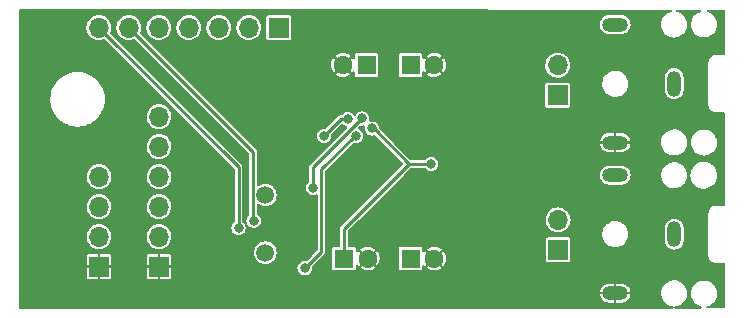
<source format=gbr>
%TF.GenerationSoftware,KiCad,Pcbnew,(6.0.5)*%
%TF.CreationDate,2022-08-07T22:36:51-04:00*%
%TF.ProjectId,ADE7953-Power-Sensor-breakout,41444537-3935-4332-9d50-6f7765722d53,rev?*%
%TF.SameCoordinates,Original*%
%TF.FileFunction,Copper,L2,Bot*%
%TF.FilePolarity,Positive*%
%FSLAX46Y46*%
G04 Gerber Fmt 4.6, Leading zero omitted, Abs format (unit mm)*
G04 Created by KiCad (PCBNEW (6.0.5)) date 2022-08-07 22:36:51*
%MOMM*%
%LPD*%
G01*
G04 APERTURE LIST*
%TA.AperFunction,ComponentPad*%
%ADD10C,1.500000*%
%TD*%
%TA.AperFunction,ComponentPad*%
%ADD11R,1.600000X1.600000*%
%TD*%
%TA.AperFunction,ComponentPad*%
%ADD12C,1.600000*%
%TD*%
%TA.AperFunction,ComponentPad*%
%ADD13O,2.200000X1.200000*%
%TD*%
%TA.AperFunction,ComponentPad*%
%ADD14O,1.200000X2.200000*%
%TD*%
%TA.AperFunction,ComponentPad*%
%ADD15R,1.700000X1.700000*%
%TD*%
%TA.AperFunction,ComponentPad*%
%ADD16O,1.700000X1.700000*%
%TD*%
%TA.AperFunction,ViaPad*%
%ADD17C,0.800000*%
%TD*%
%TA.AperFunction,Conductor*%
%ADD18C,0.250000*%
%TD*%
G04 APERTURE END LIST*
D10*
%TO.P,Y1,2,2*%
%TO.N,Net-(C12-Pad1)*%
X191660000Y-70110000D03*
%TO.P,Y1,1,1*%
%TO.N,Net-(C13-Pad1)*%
X191660000Y-65230000D03*
%TD*%
D11*
%TO.P,C17,1*%
%TO.N,+3V3*%
X198314888Y-70610000D03*
D12*
%TO.P,C17,2*%
%TO.N,GND*%
X200314888Y-70610000D03*
%TD*%
D11*
%TO.P,C15,1*%
%TO.N,Net-(C14-Pad1)*%
X203944888Y-54220000D03*
D12*
%TO.P,C15,2*%
%TO.N,GND*%
X205944888Y-54220000D03*
%TD*%
D11*
%TO.P,C11,1*%
%TO.N,Net-(C11-Pad1)*%
X200225113Y-54230000D03*
D12*
%TO.P,C11,2*%
%TO.N,GND*%
X198225113Y-54230000D03*
%TD*%
%TO.P,C10,2*%
%TO.N,GND*%
X205944888Y-70610000D03*
D11*
%TO.P,C10,1*%
%TO.N,Net-(C10-Pad1)*%
X203944888Y-70610000D03*
%TD*%
D13*
%TO.P,INPUT-B-1,R*%
%TO.N,GND*%
X221267887Y-60800000D03*
D14*
%TO.P,INPUT-B-1,S*%
%TO.N,IBP*%
X226267887Y-55800000D03*
D13*
%TO.P,INPUT-B-1,T*%
%TO.N,IBN*%
X221267887Y-50800000D03*
%TD*%
D15*
%TO.P,J1,1,Pin_1*%
%TO.N,REVP*%
X192795000Y-51055000D03*
D16*
%TO.P,J1,2,Pin_2*%
%TO.N,ZX_I*%
X190255000Y-51055000D03*
%TO.P,J1,3,Pin_3*%
%TO.N,IRQ*%
X187715000Y-51055000D03*
%TO.P,J1,4,Pin_4*%
%TO.N,CF1*%
X185175000Y-51055000D03*
%TO.P,J1,5,Pin_5*%
%TO.N,CF2*%
X182635000Y-51055000D03*
%TO.P,J1,6,Pin_6*%
%TO.N,ZX*%
X180095000Y-51055000D03*
%TO.P,J1,7,Pin_7*%
%TO.N,reset*%
X177555000Y-51055000D03*
%TD*%
%TO.P,J7,6,Pin_6*%
%TO.N,SCLK*%
X182650000Y-58590000D03*
%TO.P,J7,5,Pin_5*%
%TO.N,MOSI*%
X182650000Y-61130000D03*
%TO.P,J7,4,Pin_4*%
%TO.N,MISO*%
X182650000Y-63670000D03*
%TO.P,J7,3,Pin_3*%
%TO.N,CS*%
X182650000Y-66210000D03*
%TO.P,J7,2,Pin_2*%
%TO.N,+3V3*%
X182650000Y-68750000D03*
D15*
%TO.P,J7,1,Pin_1*%
%TO.N,GND*%
X182650000Y-71290000D03*
%TD*%
%TO.P,INPUT-B-2,1,Pin_1*%
%TO.N,IBP*%
X216407887Y-56785000D03*
D16*
%TO.P,INPUT-B-2,2,Pin_2*%
%TO.N,IBN*%
X216407887Y-54245000D03*
%TD*%
%TO.P,J6,4,Pin_4*%
%TO.N,MOSI*%
X177570000Y-63670000D03*
%TO.P,J6,3,Pin_3*%
%TO.N,MISO*%
X177570000Y-66210000D03*
%TO.P,J6,2,Pin_2*%
%TO.N,+3V3*%
X177570000Y-68750000D03*
D15*
%TO.P,J6,1,Pin_1*%
%TO.N,GND*%
X177570000Y-71290000D03*
%TD*%
%TO.P,INPUT-A-2,1,Pin_1*%
%TO.N,IAP*%
X216437887Y-69875000D03*
D16*
%TO.P,INPUT-A-2,2,Pin_2*%
%TO.N,IAN*%
X216437887Y-67335000D03*
%TD*%
D13*
%TO.P,INPUT-A-1,R*%
%TO.N,GND*%
X221267887Y-73550000D03*
D14*
%TO.P,INPUT-A-1,S*%
%TO.N,IAP*%
X226267887Y-68550000D03*
D13*
%TO.P,INPUT-A-1,T*%
%TO.N,IAN*%
X221267887Y-63550000D03*
%TD*%
D17*
%TO.N,GND*%
X194230000Y-58870000D03*
X193800000Y-65570000D03*
%TO.N,reset*%
X189380000Y-68050500D03*
%TO.N,ZX*%
X190660000Y-67404019D03*
%TO.N,IRQ*%
X198640000Y-58790000D03*
X196640000Y-60230000D03*
%TO.N,Net-(C12-Pad1)*%
X194980000Y-71440000D03*
%TO.N,Net-(C13-Pad1)*%
X195700500Y-64620000D03*
%TO.N,Net-(C12-Pad1)*%
X199326651Y-60232592D03*
%TO.N,Net-(C13-Pad1)*%
X199860000Y-58750000D03*
%TO.N,+3V3*%
X200680000Y-59600000D03*
X205700000Y-62610000D03*
%TD*%
D18*
%TO.N,+3V3*%
X198314888Y-68120226D02*
X198314888Y-70610000D01*
X203825114Y-62610000D02*
X198314888Y-68120226D01*
%TO.N,reset*%
X189380000Y-62880000D02*
X177555000Y-51055000D01*
X189380000Y-68050500D02*
X189380000Y-62880000D01*
%TO.N,ZX*%
X190610489Y-61570489D02*
X180095000Y-51055000D01*
X190610489Y-67354508D02*
X190610489Y-61570489D01*
X190660000Y-67404019D02*
X190610489Y-67354508D01*
%TO.N,Net-(C13-Pad1)*%
X199820000Y-58750000D02*
X199860000Y-58750000D01*
X195700500Y-62869500D02*
X199820000Y-58750000D01*
X195700500Y-64620000D02*
X195700500Y-62869500D01*
%TO.N,Net-(C12-Pad1)*%
X196400000Y-70020000D02*
X194980000Y-71440000D01*
X199326651Y-60232592D02*
X199227408Y-60232592D01*
X199227408Y-60232592D02*
X196400000Y-63060000D01*
X196400000Y-63060000D02*
X196400000Y-70020000D01*
%TO.N,IRQ*%
X198080000Y-58790000D02*
X198640000Y-58790000D01*
X196640000Y-60230000D02*
X198080000Y-58790000D01*
%TO.N,+3V3*%
X203825114Y-62610000D02*
X205700000Y-62610000D01*
X200680000Y-59600000D02*
X200815114Y-59600000D01*
X200815114Y-59600000D02*
X203825114Y-62610000D01*
%TD*%
%TA.AperFunction,Conductor*%
%TO.N,GND*%
G36*
X226013654Y-49526186D02*
G01*
X226071827Y-49545141D01*
X226107749Y-49594671D01*
X226107698Y-49655856D01*
X226071693Y-49705326D01*
X226030335Y-49722755D01*
X226023003Y-49724015D01*
X225973949Y-49732444D01*
X225784193Y-49802449D01*
X225610371Y-49905862D01*
X225606956Y-49908857D01*
X225606953Y-49908859D01*
X225590630Y-49923174D01*
X225458305Y-50039220D01*
X225449439Y-50050467D01*
X225337805Y-50192075D01*
X225333089Y-50198057D01*
X225238914Y-50377053D01*
X225237569Y-50381384D01*
X225237568Y-50381387D01*
X225180644Y-50564717D01*
X225178937Y-50570213D01*
X225155164Y-50771069D01*
X225155461Y-50775597D01*
X225156580Y-50792675D01*
X225168025Y-50967288D01*
X225168392Y-50972894D01*
X225218178Y-51168928D01*
X225302856Y-51352607D01*
X225419588Y-51517780D01*
X225564466Y-51658913D01*
X225732637Y-51771282D01*
X225918470Y-51851122D01*
X226115740Y-51895760D01*
X226317842Y-51903700D01*
X226371377Y-51895938D01*
X226513519Y-51875329D01*
X226513522Y-51875328D01*
X226518007Y-51874678D01*
X226622138Y-51839330D01*
X226705234Y-51811123D01*
X226705237Y-51811121D01*
X226709531Y-51809664D01*
X226886001Y-51710837D01*
X227041505Y-51581505D01*
X227170837Y-51426001D01*
X227269664Y-51249531D01*
X227272651Y-51240734D01*
X227307608Y-51137751D01*
X227334678Y-51058007D01*
X227345416Y-50983951D01*
X227363283Y-50860717D01*
X227363700Y-50857842D01*
X227365215Y-50800000D01*
X227364699Y-50794376D01*
X227348312Y-50616049D01*
X227346708Y-50598591D01*
X227291807Y-50403926D01*
X227284867Y-50389852D01*
X227204359Y-50226599D01*
X227202351Y-50222527D01*
X227096999Y-50081443D01*
X227084051Y-50064104D01*
X227084050Y-50064103D01*
X227081335Y-50060467D01*
X226932812Y-49923174D01*
X226910125Y-49908859D01*
X226765594Y-49817667D01*
X226761757Y-49815246D01*
X226573898Y-49740298D01*
X226485395Y-49722694D01*
X226432012Y-49692797D01*
X226406396Y-49637232D01*
X226418333Y-49577223D01*
X226463263Y-49535690D01*
X226504793Y-49526596D01*
X228478423Y-49528245D01*
X228536596Y-49547200D01*
X228572518Y-49596730D01*
X228572467Y-49657915D01*
X228536462Y-49707385D01*
X228505368Y-49722200D01*
X228503949Y-49722444D01*
X228314193Y-49792449D01*
X228140371Y-49895862D01*
X228136956Y-49898857D01*
X228136953Y-49898859D01*
X228038487Y-49985212D01*
X227988305Y-50029220D01*
X227985497Y-50032782D01*
X227869056Y-50180488D01*
X227863089Y-50188057D01*
X227768914Y-50367053D01*
X227767569Y-50371384D01*
X227767568Y-50371387D01*
X227737851Y-50467095D01*
X227708937Y-50560213D01*
X227685164Y-50761069D01*
X227686116Y-50775597D01*
X227686580Y-50782675D01*
X227691507Y-50857842D01*
X227698392Y-50962894D01*
X227748178Y-51158928D01*
X227832856Y-51342607D01*
X227949588Y-51507780D01*
X228094466Y-51648913D01*
X228262637Y-51761282D01*
X228448470Y-51841122D01*
X228645740Y-51885760D01*
X228847842Y-51893700D01*
X228901377Y-51885938D01*
X229043519Y-51865329D01*
X229043522Y-51865328D01*
X229048007Y-51864678D01*
X229172536Y-51822406D01*
X229235234Y-51801123D01*
X229235237Y-51801121D01*
X229239531Y-51799664D01*
X229398145Y-51710837D01*
X229412039Y-51703056D01*
X229412041Y-51703055D01*
X229416001Y-51700837D01*
X229571505Y-51571505D01*
X229700837Y-51416001D01*
X229799664Y-51239531D01*
X229864678Y-51048007D01*
X229876382Y-50967288D01*
X229893283Y-50850717D01*
X229893700Y-50847842D01*
X229895029Y-50797101D01*
X229895139Y-50792913D01*
X229895139Y-50792908D01*
X229895215Y-50790000D01*
X229893476Y-50771069D01*
X229880965Y-50634915D01*
X229876708Y-50588591D01*
X229821807Y-50393926D01*
X229815624Y-50381387D01*
X229771212Y-50291329D01*
X229732351Y-50212527D01*
X229630735Y-50076447D01*
X229614051Y-50054104D01*
X229614050Y-50054103D01*
X229611335Y-50050467D01*
X229462812Y-49913174D01*
X229455974Y-49908859D01*
X229295594Y-49807667D01*
X229291757Y-49805246D01*
X229103898Y-49730298D01*
X229076549Y-49724858D01*
X229023165Y-49694961D01*
X228997549Y-49639396D01*
X229009486Y-49579387D01*
X229054416Y-49537854D01*
X229095944Y-49528760D01*
X230468473Y-49529907D01*
X230526645Y-49548862D01*
X230562567Y-49598392D01*
X230567387Y-49628906D01*
X230567387Y-53300500D01*
X230548480Y-53358691D01*
X230498980Y-53394655D01*
X230468387Y-53399500D01*
X229802164Y-53399500D01*
X229779812Y-53396944D01*
X229768598Y-53394345D01*
X229767880Y-53394344D01*
X229761997Y-53395686D01*
X229761655Y-53395764D01*
X229750727Y-53397620D01*
X229638936Y-53410219D01*
X229638933Y-53410220D01*
X229633411Y-53410842D01*
X229621215Y-53415110D01*
X229510929Y-53453704D01*
X229510927Y-53453705D01*
X229505686Y-53455539D01*
X229500984Y-53458493D01*
X229500983Y-53458494D01*
X229395816Y-53524577D01*
X229395812Y-53524580D01*
X229391108Y-53527536D01*
X229295424Y-53623224D01*
X229292472Y-53627923D01*
X229292469Y-53627926D01*
X229253775Y-53689508D01*
X229223430Y-53737803D01*
X229204997Y-53790483D01*
X229184285Y-53849678D01*
X229178738Y-53865530D01*
X229176800Y-53882731D01*
X229165600Y-53982133D01*
X229164732Y-53987214D01*
X229164729Y-53988777D01*
X229162231Y-53999641D01*
X229164691Y-54010513D01*
X229164946Y-54011638D01*
X229167387Y-54033488D01*
X229167387Y-57565983D01*
X229164869Y-57588169D01*
X229162231Y-57599641D01*
X229164692Y-57610515D01*
X229164689Y-57612030D01*
X229165489Y-57616766D01*
X229178750Y-57734467D01*
X229180584Y-57739710D01*
X229180585Y-57739712D01*
X229198947Y-57792187D01*
X229223442Y-57862191D01*
X229295434Y-57976768D01*
X229391116Y-58072454D01*
X229395820Y-58075410D01*
X229395824Y-58075413D01*
X229439234Y-58102690D01*
X229505691Y-58144449D01*
X229510932Y-58146283D01*
X229510934Y-58146284D01*
X229628167Y-58187309D01*
X229633414Y-58189145D01*
X229638940Y-58189768D01*
X229638941Y-58189768D01*
X229749418Y-58202220D01*
X229760680Y-58204153D01*
X229761693Y-58204388D01*
X229761699Y-58204389D01*
X229767162Y-58205655D01*
X229767880Y-58205656D01*
X229779625Y-58202977D01*
X229801632Y-58200500D01*
X230468387Y-58200500D01*
X230526578Y-58219407D01*
X230562542Y-58268907D01*
X230567387Y-58299500D01*
X230567387Y-66050500D01*
X230548480Y-66108691D01*
X230498980Y-66144655D01*
X230468387Y-66149500D01*
X229802164Y-66149500D01*
X229779812Y-66146944D01*
X229768598Y-66144345D01*
X229767880Y-66144344D01*
X229761997Y-66145686D01*
X229761655Y-66145764D01*
X229750727Y-66147620D01*
X229638936Y-66160219D01*
X229638933Y-66160220D01*
X229633411Y-66160842D01*
X229604495Y-66170961D01*
X229510929Y-66203704D01*
X229510927Y-66203705D01*
X229505686Y-66205539D01*
X229500984Y-66208493D01*
X229500983Y-66208494D01*
X229395816Y-66274577D01*
X229395812Y-66274580D01*
X229391108Y-66277536D01*
X229295424Y-66373224D01*
X229292472Y-66377923D01*
X229292469Y-66377926D01*
X229229398Y-66478305D01*
X229223430Y-66487803D01*
X229204997Y-66540483D01*
X229183159Y-66602896D01*
X229178738Y-66615530D01*
X229176800Y-66632731D01*
X229165600Y-66732133D01*
X229164732Y-66737214D01*
X229164729Y-66738777D01*
X229162231Y-66749641D01*
X229164691Y-66760513D01*
X229164946Y-66761638D01*
X229167387Y-66783488D01*
X229167387Y-70315983D01*
X229164869Y-70338169D01*
X229162231Y-70349641D01*
X229164692Y-70360515D01*
X229164689Y-70362030D01*
X229165489Y-70366766D01*
X229178750Y-70484467D01*
X229180584Y-70489710D01*
X229180585Y-70489712D01*
X229198947Y-70542187D01*
X229223442Y-70612191D01*
X229295434Y-70726768D01*
X229391116Y-70822454D01*
X229395820Y-70825410D01*
X229395824Y-70825413D01*
X229500988Y-70891494D01*
X229505691Y-70894449D01*
X229510932Y-70896283D01*
X229510934Y-70896284D01*
X229591713Y-70924552D01*
X229633414Y-70939145D01*
X229638940Y-70939768D01*
X229638941Y-70939768D01*
X229749418Y-70952220D01*
X229760680Y-70954153D01*
X229761693Y-70954388D01*
X229761699Y-70954389D01*
X229767162Y-70955655D01*
X229767880Y-70955656D01*
X229779625Y-70952977D01*
X229801632Y-70950500D01*
X230468387Y-70950500D01*
X230526578Y-70969407D01*
X230562542Y-71018907D01*
X230567387Y-71049500D01*
X230567387Y-74741094D01*
X230548480Y-74799285D01*
X230498980Y-74835249D01*
X230468474Y-74840093D01*
X229088102Y-74841248D01*
X229029897Y-74822390D01*
X228993892Y-74772920D01*
X228993841Y-74711735D01*
X229029763Y-74662205D01*
X229056198Y-74648503D01*
X229225234Y-74591123D01*
X229225237Y-74591121D01*
X229229531Y-74589664D01*
X229406001Y-74490837D01*
X229561505Y-74361505D01*
X229690837Y-74206001D01*
X229789664Y-74029531D01*
X229801307Y-73995234D01*
X229853219Y-73842304D01*
X229854678Y-73838007D01*
X229859679Y-73803519D01*
X229881047Y-73656137D01*
X229883700Y-73637842D01*
X229885215Y-73580000D01*
X229882459Y-73550000D01*
X229867123Y-73383109D01*
X229866708Y-73378591D01*
X229811807Y-73183926D01*
X229722351Y-73002527D01*
X229601335Y-72840467D01*
X229452812Y-72703174D01*
X229430125Y-72688859D01*
X229285594Y-72597667D01*
X229281757Y-72595246D01*
X229093898Y-72520298D01*
X228895526Y-72480839D01*
X228795930Y-72479535D01*
X228697826Y-72478251D01*
X228697821Y-72478251D01*
X228693286Y-72478192D01*
X228688813Y-72478961D01*
X228688808Y-72478961D01*
X228590245Y-72495898D01*
X228493949Y-72512444D01*
X228304193Y-72582449D01*
X228130371Y-72685862D01*
X228126956Y-72688857D01*
X228126953Y-72688859D01*
X228110630Y-72703174D01*
X227978305Y-72819220D01*
X227975497Y-72822782D01*
X227890915Y-72930075D01*
X227853089Y-72978057D01*
X227758914Y-73157053D01*
X227757569Y-73161384D01*
X227757568Y-73161387D01*
X227706854Y-73324717D01*
X227698937Y-73350213D01*
X227688982Y-73434320D01*
X227676158Y-73542675D01*
X227675164Y-73551069D01*
X227675461Y-73555597D01*
X227676580Y-73572675D01*
X227686714Y-73727288D01*
X227688392Y-73752894D01*
X227689508Y-73757288D01*
X227722587Y-73887536D01*
X227738178Y-73948928D01*
X227822856Y-74132607D01*
X227939588Y-74297780D01*
X228084466Y-74438913D01*
X228252637Y-74551282D01*
X228438470Y-74631122D01*
X228498732Y-74644758D01*
X228505087Y-74646196D01*
X228557670Y-74677480D01*
X228581823Y-74733696D01*
X228568319Y-74793373D01*
X228522317Y-74833715D01*
X228483323Y-74841755D01*
X226391587Y-74843505D01*
X226333380Y-74824646D01*
X226297375Y-74775176D01*
X226297324Y-74713991D01*
X226333246Y-74664461D01*
X226377298Y-74646529D01*
X226483563Y-74631122D01*
X226523518Y-74625329D01*
X226523519Y-74625329D01*
X226528007Y-74624678D01*
X226637691Y-74587445D01*
X226715234Y-74561123D01*
X226715237Y-74561121D01*
X226719531Y-74559664D01*
X226896001Y-74460837D01*
X227051505Y-74331505D01*
X227180837Y-74176001D01*
X227279664Y-73999531D01*
X227296842Y-73948928D01*
X227317681Y-73887536D01*
X227344678Y-73808007D01*
X227356262Y-73728116D01*
X227373283Y-73610717D01*
X227373700Y-73607842D01*
X227374621Y-73572675D01*
X227375139Y-73552913D01*
X227375139Y-73552908D01*
X227375215Y-73550000D01*
X227374900Y-73546565D01*
X227357123Y-73353109D01*
X227356708Y-73348591D01*
X227301807Y-73153926D01*
X227212351Y-72972527D01*
X227091335Y-72810467D01*
X226942812Y-72673174D01*
X226920125Y-72658859D01*
X226775594Y-72567667D01*
X226771757Y-72565246D01*
X226583898Y-72490298D01*
X226385526Y-72450839D01*
X226285930Y-72449535D01*
X226187826Y-72448251D01*
X226187821Y-72448251D01*
X226183286Y-72448192D01*
X226178813Y-72448961D01*
X226178808Y-72448961D01*
X226080245Y-72465898D01*
X225983949Y-72482444D01*
X225794193Y-72552449D01*
X225620371Y-72655862D01*
X225616956Y-72658857D01*
X225616953Y-72658859D01*
X225600630Y-72673174D01*
X225468305Y-72789220D01*
X225465497Y-72792782D01*
X225357265Y-72930075D01*
X225343089Y-72948057D01*
X225248914Y-73127053D01*
X225247569Y-73131384D01*
X225247568Y-73131387D01*
X225222394Y-73212464D01*
X225188937Y-73320213D01*
X225165164Y-73521069D01*
X225165461Y-73525597D01*
X225166580Y-73542675D01*
X225174635Y-73665568D01*
X225178392Y-73722894D01*
X225179508Y-73727288D01*
X225225299Y-73907590D01*
X225228178Y-73918928D01*
X225312856Y-74102607D01*
X225429588Y-74267780D01*
X225574466Y-74408913D01*
X225742637Y-74521282D01*
X225928470Y-74601122D01*
X226125740Y-74645760D01*
X226130276Y-74645938D01*
X226134777Y-74646531D01*
X226134504Y-74648607D01*
X226184315Y-74666983D01*
X226218308Y-74717857D01*
X226215906Y-74778995D01*
X226178027Y-74827045D01*
X226123109Y-74843730D01*
X202716961Y-74863316D01*
X202205910Y-74863744D01*
X202205876Y-74863744D01*
X170928575Y-74879342D01*
X170870375Y-74860464D01*
X170834387Y-74810982D01*
X170829527Y-74780771D01*
X170829035Y-74666983D01*
X170824677Y-73660348D01*
X219975034Y-73660348D01*
X219981027Y-73717372D01*
X219983389Y-73728116D01*
X220037660Y-73887536D01*
X220042347Y-73897496D01*
X220130588Y-74040931D01*
X220137360Y-74049599D01*
X220255193Y-74169925D01*
X220263716Y-74176876D01*
X220405278Y-74268108D01*
X220415124Y-74272995D01*
X220573383Y-74330596D01*
X220584077Y-74333183D01*
X220714112Y-74349610D01*
X220720300Y-74350000D01*
X221152207Y-74350000D01*
X221164892Y-74345878D01*
X221167887Y-74341757D01*
X221167887Y-74334320D01*
X221367887Y-74334320D01*
X221372009Y-74347005D01*
X221376130Y-74350000D01*
X221810243Y-74350000D01*
X221815772Y-74349691D01*
X221940742Y-74335673D01*
X221951479Y-74333234D01*
X222110516Y-74277851D01*
X222120435Y-74273099D01*
X222263257Y-74183854D01*
X222271874Y-74177024D01*
X222391375Y-74058355D01*
X222398269Y-74049779D01*
X222488506Y-73907590D01*
X222493328Y-73897704D01*
X222549823Y-73739046D01*
X222552333Y-73728347D01*
X222559819Y-73665568D01*
X222557228Y-73652486D01*
X222555672Y-73651045D01*
X222550918Y-73650000D01*
X221383567Y-73650000D01*
X221370882Y-73654122D01*
X221367887Y-73658243D01*
X221367887Y-74334320D01*
X221167887Y-74334320D01*
X221167887Y-73665680D01*
X221163765Y-73652995D01*
X221159644Y-73650000D01*
X219989626Y-73650000D01*
X219976941Y-73654122D01*
X219975476Y-73656137D01*
X219975034Y-73660348D01*
X170824677Y-73660348D01*
X170823699Y-73434432D01*
X219975955Y-73434432D01*
X219978546Y-73447514D01*
X219980102Y-73448955D01*
X219984856Y-73450000D01*
X221152207Y-73450000D01*
X221164892Y-73445878D01*
X221167887Y-73441757D01*
X221167887Y-73434320D01*
X221367887Y-73434320D01*
X221372009Y-73447005D01*
X221376130Y-73450000D01*
X222546148Y-73450000D01*
X222558833Y-73445878D01*
X222560298Y-73443863D01*
X222560740Y-73439652D01*
X222554747Y-73382628D01*
X222552385Y-73371884D01*
X222498114Y-73212464D01*
X222493427Y-73202504D01*
X222405186Y-73059069D01*
X222398414Y-73050401D01*
X222280581Y-72930075D01*
X222272058Y-72923124D01*
X222130496Y-72831892D01*
X222120650Y-72827005D01*
X221962391Y-72769404D01*
X221951697Y-72766817D01*
X221821662Y-72750390D01*
X221815474Y-72750000D01*
X221383567Y-72750000D01*
X221370882Y-72754122D01*
X221367887Y-72758243D01*
X221367887Y-73434320D01*
X221167887Y-73434320D01*
X221167887Y-72765680D01*
X221163765Y-72752995D01*
X221159644Y-72750000D01*
X220725531Y-72750000D01*
X220720002Y-72750309D01*
X220595032Y-72764327D01*
X220584295Y-72766766D01*
X220425258Y-72822149D01*
X220415339Y-72826901D01*
X220272517Y-72916146D01*
X220263900Y-72922976D01*
X220144399Y-73041645D01*
X220137505Y-73050221D01*
X220047268Y-73192410D01*
X220042446Y-73202296D01*
X219985951Y-73360954D01*
X219983441Y-73371653D01*
X219975955Y-73434432D01*
X170823699Y-73434432D01*
X170818160Y-72154840D01*
X176520000Y-72154840D01*
X176520948Y-72164462D01*
X176529702Y-72208474D01*
X176537021Y-72226142D01*
X176570389Y-72276082D01*
X176583918Y-72289611D01*
X176633858Y-72322979D01*
X176651526Y-72330298D01*
X176695538Y-72339052D01*
X176705160Y-72340000D01*
X177454320Y-72340000D01*
X177467005Y-72335878D01*
X177470000Y-72331757D01*
X177470000Y-72324320D01*
X177670000Y-72324320D01*
X177674122Y-72337005D01*
X177678243Y-72340000D01*
X178434840Y-72340000D01*
X178444462Y-72339052D01*
X178488474Y-72330298D01*
X178506142Y-72322979D01*
X178556082Y-72289611D01*
X178569611Y-72276082D01*
X178602979Y-72226142D01*
X178610298Y-72208474D01*
X178619052Y-72164462D01*
X178620000Y-72154840D01*
X181600000Y-72154840D01*
X181600948Y-72164462D01*
X181609702Y-72208474D01*
X181617021Y-72226142D01*
X181650389Y-72276082D01*
X181663918Y-72289611D01*
X181713858Y-72322979D01*
X181731526Y-72330298D01*
X181775538Y-72339052D01*
X181785160Y-72340000D01*
X182534320Y-72340000D01*
X182547005Y-72335878D01*
X182550000Y-72331757D01*
X182550000Y-72324320D01*
X182750000Y-72324320D01*
X182754122Y-72337005D01*
X182758243Y-72340000D01*
X183514840Y-72340000D01*
X183524462Y-72339052D01*
X183568474Y-72330298D01*
X183586142Y-72322979D01*
X183636082Y-72289611D01*
X183649611Y-72276082D01*
X183682979Y-72226142D01*
X183690298Y-72208474D01*
X183699052Y-72164462D01*
X183700000Y-72154840D01*
X183700000Y-71440000D01*
X194374318Y-71440000D01*
X194394956Y-71596762D01*
X194455464Y-71742841D01*
X194551718Y-71868282D01*
X194677159Y-71964536D01*
X194823238Y-72025044D01*
X194980000Y-72045682D01*
X195136762Y-72025044D01*
X195282841Y-71964536D01*
X195408282Y-71868282D01*
X195504536Y-71742841D01*
X195565044Y-71596762D01*
X195585682Y-71440000D01*
X195575144Y-71359958D01*
X195586294Y-71299799D01*
X195603293Y-71277033D01*
X196103719Y-70776608D01*
X196617069Y-70263258D01*
X196623424Y-70257435D01*
X196653194Y-70232455D01*
X196672636Y-70198781D01*
X196677261Y-70191522D01*
X196694587Y-70166778D01*
X196694587Y-70166777D01*
X196699554Y-70159684D01*
X196701795Y-70151322D01*
X196704258Y-70146040D01*
X196706257Y-70140546D01*
X196710588Y-70133045D01*
X196717337Y-70094771D01*
X196719206Y-70086344D01*
X196727022Y-70057173D01*
X196727022Y-70057170D01*
X196729263Y-70048807D01*
X196725877Y-70010103D01*
X196725500Y-70001475D01*
X196725500Y-63235834D01*
X196744407Y-63177643D01*
X196754496Y-63165830D01*
X199077166Y-60843160D01*
X199131683Y-60815383D01*
X199169195Y-60817349D01*
X199169889Y-60817636D01*
X199176323Y-60818483D01*
X199306963Y-60835682D01*
X199326651Y-60838274D01*
X199483413Y-60817636D01*
X199629492Y-60757128D01*
X199754933Y-60660874D01*
X199851187Y-60535433D01*
X199911695Y-60389354D01*
X199932333Y-60232592D01*
X199930228Y-60216599D01*
X199926073Y-60185044D01*
X199911695Y-60075830D01*
X199851187Y-59929751D01*
X199754933Y-59804310D01*
X199629492Y-59708056D01*
X199623501Y-59705574D01*
X199623495Y-59705571D01*
X199549140Y-59674773D01*
X199502614Y-59635037D01*
X199488330Y-59575542D01*
X199511745Y-59519014D01*
X199517021Y-59513305D01*
X199661686Y-59368640D01*
X199716203Y-59340863D01*
X199744612Y-59340491D01*
X199860000Y-59355682D01*
X199982915Y-59339500D01*
X200043076Y-59350650D01*
X200085193Y-59395032D01*
X200093990Y-59450575D01*
X200085000Y-59518863D01*
X200074318Y-59600000D01*
X200094956Y-59756762D01*
X200155464Y-59902841D01*
X200251718Y-60028282D01*
X200377159Y-60124536D01*
X200455285Y-60156897D01*
X200511474Y-60180171D01*
X200523238Y-60185044D01*
X200680000Y-60205682D01*
X200836762Y-60185044D01*
X200848526Y-60180171D01*
X200909523Y-60175369D01*
X200956418Y-60201630D01*
X203294784Y-62539996D01*
X203322561Y-62594513D01*
X203312990Y-62654945D01*
X203294784Y-62680004D01*
X198097831Y-67876957D01*
X198091464Y-67882791D01*
X198061694Y-67907771D01*
X198057365Y-67915270D01*
X198042261Y-67941431D01*
X198037620Y-67948715D01*
X198015334Y-67980542D01*
X198013092Y-67988910D01*
X198010626Y-67994197D01*
X198008630Y-67999682D01*
X198004300Y-68007181D01*
X198002797Y-68015707D01*
X198002796Y-68015709D01*
X197997554Y-68045442D01*
X197995684Y-68053876D01*
X197985624Y-68091419D01*
X197986379Y-68100048D01*
X197989011Y-68130131D01*
X197989388Y-68138760D01*
X197989388Y-69510500D01*
X197970481Y-69568691D01*
X197920981Y-69604655D01*
X197890388Y-69609500D01*
X197495140Y-69609500D01*
X197469108Y-69614678D01*
X197446222Y-69619230D01*
X197446220Y-69619231D01*
X197436657Y-69621133D01*
X197370336Y-69665448D01*
X197326021Y-69731769D01*
X197314388Y-69790252D01*
X197314388Y-71429748D01*
X197326021Y-71488231D01*
X197370336Y-71554552D01*
X197436657Y-71598867D01*
X197446220Y-71600769D01*
X197446222Y-71600770D01*
X197468893Y-71605279D01*
X197495140Y-71610500D01*
X199134636Y-71610500D01*
X199160883Y-71605279D01*
X199183554Y-71600770D01*
X199183556Y-71600769D01*
X199193119Y-71598867D01*
X199259440Y-71554552D01*
X199303755Y-71488231D01*
X199315388Y-71429748D01*
X199315388Y-71385241D01*
X199686898Y-71385241D01*
X199687388Y-71388340D01*
X199689324Y-71390792D01*
X199737726Y-71431985D01*
X199745640Y-71437486D01*
X199908376Y-71528435D01*
X199917204Y-71532292D01*
X200094515Y-71589904D01*
X200103915Y-71591971D01*
X200289043Y-71614046D01*
X200298669Y-71614248D01*
X200484547Y-71599945D01*
X200494041Y-71598271D01*
X200673593Y-71548139D01*
X200682590Y-71544649D01*
X200848986Y-71460597D01*
X200857121Y-71455435D01*
X200889999Y-71429748D01*
X202944388Y-71429748D01*
X202956021Y-71488231D01*
X203000336Y-71554552D01*
X203066657Y-71598867D01*
X203076220Y-71600769D01*
X203076222Y-71600770D01*
X203098893Y-71605279D01*
X203125140Y-71610500D01*
X204764636Y-71610500D01*
X204790883Y-71605279D01*
X204813554Y-71600770D01*
X204813556Y-71600769D01*
X204823119Y-71598867D01*
X204889440Y-71554552D01*
X204933755Y-71488231D01*
X204945388Y-71429748D01*
X204945388Y-71385241D01*
X205316898Y-71385241D01*
X205317388Y-71388340D01*
X205319324Y-71390792D01*
X205367726Y-71431985D01*
X205375640Y-71437486D01*
X205538376Y-71528435D01*
X205547204Y-71532292D01*
X205724515Y-71589904D01*
X205733915Y-71591971D01*
X205919043Y-71614046D01*
X205928669Y-71614248D01*
X206114547Y-71599945D01*
X206124041Y-71598271D01*
X206303593Y-71548139D01*
X206312590Y-71544649D01*
X206478986Y-71460597D01*
X206487121Y-71455435D01*
X206565587Y-71394130D01*
X206573046Y-71383073D01*
X206572975Y-71381045D01*
X206570279Y-71376813D01*
X205955974Y-70762507D01*
X205944091Y-70756453D01*
X205939060Y-70757249D01*
X205322952Y-71373358D01*
X205316898Y-71385241D01*
X204945388Y-71385241D01*
X204945388Y-71243227D01*
X204964295Y-71185036D01*
X205013795Y-71149072D01*
X205074981Y-71149072D01*
X205121974Y-71181734D01*
X205160763Y-71230674D01*
X205171874Y-71238056D01*
X205174084Y-71237963D01*
X205178046Y-71235420D01*
X205792381Y-70621086D01*
X205797623Y-70610797D01*
X206091341Y-70610797D01*
X206092137Y-70615828D01*
X206708362Y-71232052D01*
X206720245Y-71238106D01*
X206723527Y-71237587D01*
X206725732Y-71235858D01*
X206762822Y-71192888D01*
X206768381Y-71185007D01*
X206860465Y-71022911D01*
X206864381Y-71014116D01*
X206923229Y-70837212D01*
X206925363Y-70827818D01*
X206935857Y-70744748D01*
X215387387Y-70744748D01*
X215399020Y-70803231D01*
X215443335Y-70869552D01*
X215509656Y-70913867D01*
X215519219Y-70915769D01*
X215519221Y-70915770D01*
X215541892Y-70920279D01*
X215568139Y-70925500D01*
X217307635Y-70925500D01*
X217333882Y-70920279D01*
X217356553Y-70915770D01*
X217356555Y-70915769D01*
X217366118Y-70913867D01*
X217432439Y-70869552D01*
X217476754Y-70803231D01*
X217488387Y-70744748D01*
X217488387Y-69005252D01*
X217476754Y-68946769D01*
X217432439Y-68880448D01*
X217366118Y-68836133D01*
X217356555Y-68834231D01*
X217356553Y-68834230D01*
X217333882Y-68829721D01*
X217307635Y-68824500D01*
X215568139Y-68824500D01*
X215541892Y-68829721D01*
X215519221Y-68834230D01*
X215519219Y-68834231D01*
X215509656Y-68836133D01*
X215443335Y-68880448D01*
X215399020Y-68946769D01*
X215387387Y-69005252D01*
X215387387Y-70744748D01*
X206935857Y-70744748D01*
X206948987Y-70640810D01*
X206949374Y-70635283D01*
X206949688Y-70612759D01*
X206949458Y-70607261D01*
X206931062Y-70419636D01*
X206929193Y-70410198D01*
X206875306Y-70231718D01*
X206871636Y-70222814D01*
X206784112Y-70058204D01*
X206778779Y-70050178D01*
X206729103Y-69989269D01*
X206717891Y-69982044D01*
X206715310Y-69982188D01*
X206711897Y-69984413D01*
X206097395Y-70598914D01*
X206091341Y-70610797D01*
X205797623Y-70610797D01*
X205798435Y-70609203D01*
X205797639Y-70604172D01*
X205181611Y-69988145D01*
X205169728Y-69982091D01*
X205166811Y-69982553D01*
X205164118Y-69984695D01*
X205120226Y-70037003D01*
X205068338Y-70069426D01*
X205007302Y-70065158D01*
X204960431Y-70025829D01*
X204945388Y-69973367D01*
X204945388Y-69837008D01*
X205316899Y-69837008D01*
X205317017Y-69839405D01*
X205319402Y-69843092D01*
X205933802Y-70457493D01*
X205945685Y-70463547D01*
X205950716Y-70462751D01*
X206566696Y-69846770D01*
X206572750Y-69834887D01*
X206572317Y-69832153D01*
X206569966Y-69829218D01*
X206510520Y-69780039D01*
X206502526Y-69774647D01*
X206338533Y-69685976D01*
X206329662Y-69682247D01*
X206151561Y-69627116D01*
X206142127Y-69625179D01*
X205956719Y-69605691D01*
X205947081Y-69605624D01*
X205761420Y-69622520D01*
X205751954Y-69624326D01*
X205573116Y-69676962D01*
X205564175Y-69680575D01*
X205398972Y-69766940D01*
X205390896Y-69772225D01*
X205324202Y-69825849D01*
X205316899Y-69837008D01*
X204945388Y-69837008D01*
X204945388Y-69790252D01*
X204933755Y-69731769D01*
X204889440Y-69665448D01*
X204823119Y-69621133D01*
X204813556Y-69619231D01*
X204813554Y-69619230D01*
X204790668Y-69614678D01*
X204764636Y-69609500D01*
X203125140Y-69609500D01*
X203099108Y-69614678D01*
X203076222Y-69619230D01*
X203076220Y-69619231D01*
X203066657Y-69621133D01*
X203000336Y-69665448D01*
X202956021Y-69731769D01*
X202944388Y-69790252D01*
X202944388Y-71429748D01*
X200889999Y-71429748D01*
X200935587Y-71394130D01*
X200943046Y-71383073D01*
X200942975Y-71381045D01*
X200940279Y-71376813D01*
X200325974Y-70762507D01*
X200314091Y-70756453D01*
X200309060Y-70757249D01*
X199692952Y-71373358D01*
X199686898Y-71385241D01*
X199315388Y-71385241D01*
X199315388Y-71243227D01*
X199334295Y-71185036D01*
X199383795Y-71149072D01*
X199444981Y-71149072D01*
X199491974Y-71181734D01*
X199530763Y-71230674D01*
X199541874Y-71238056D01*
X199544084Y-71237963D01*
X199548046Y-71235420D01*
X200162381Y-70621086D01*
X200167623Y-70610797D01*
X200461341Y-70610797D01*
X200462137Y-70615828D01*
X201078362Y-71232052D01*
X201090245Y-71238106D01*
X201093527Y-71237587D01*
X201095732Y-71235858D01*
X201132822Y-71192888D01*
X201138381Y-71185007D01*
X201230465Y-71022911D01*
X201234381Y-71014116D01*
X201293229Y-70837212D01*
X201295363Y-70827818D01*
X201318987Y-70640810D01*
X201319374Y-70635283D01*
X201319688Y-70612759D01*
X201319458Y-70607261D01*
X201301062Y-70419636D01*
X201299193Y-70410198D01*
X201245306Y-70231718D01*
X201241636Y-70222814D01*
X201154112Y-70058204D01*
X201148779Y-70050178D01*
X201099103Y-69989269D01*
X201087891Y-69982044D01*
X201085310Y-69982188D01*
X201081897Y-69984413D01*
X200467395Y-70598914D01*
X200461341Y-70610797D01*
X200167623Y-70610797D01*
X200168435Y-70609203D01*
X200167639Y-70604172D01*
X199551611Y-69988145D01*
X199539728Y-69982091D01*
X199536811Y-69982553D01*
X199534118Y-69984695D01*
X199490226Y-70037003D01*
X199438338Y-70069426D01*
X199377302Y-70065158D01*
X199330431Y-70025829D01*
X199315388Y-69973367D01*
X199315388Y-69837008D01*
X199686899Y-69837008D01*
X199687017Y-69839405D01*
X199689402Y-69843092D01*
X200303802Y-70457493D01*
X200315685Y-70463547D01*
X200320716Y-70462751D01*
X200936696Y-69846770D01*
X200942750Y-69834887D01*
X200942317Y-69832153D01*
X200939966Y-69829218D01*
X200880520Y-69780039D01*
X200872526Y-69774647D01*
X200708533Y-69685976D01*
X200699662Y-69682247D01*
X200521561Y-69627116D01*
X200512127Y-69625179D01*
X200326719Y-69605691D01*
X200317081Y-69605624D01*
X200131420Y-69622520D01*
X200121954Y-69624326D01*
X199943116Y-69676962D01*
X199934175Y-69680575D01*
X199768972Y-69766940D01*
X199760896Y-69772225D01*
X199694202Y-69825849D01*
X199686899Y-69837008D01*
X199315388Y-69837008D01*
X199315388Y-69790252D01*
X199303755Y-69731769D01*
X199259440Y-69665448D01*
X199193119Y-69621133D01*
X199183556Y-69619231D01*
X199183554Y-69619230D01*
X199160668Y-69614678D01*
X199134636Y-69609500D01*
X198739388Y-69609500D01*
X198681197Y-69590593D01*
X198645233Y-69541093D01*
X198640388Y-69510500D01*
X198640388Y-68511069D01*
X220175164Y-68511069D01*
X220175461Y-68515597D01*
X220176580Y-68532675D01*
X220181040Y-68600717D01*
X220188392Y-68712894D01*
X220238178Y-68908928D01*
X220322856Y-69092607D01*
X220439588Y-69257780D01*
X220584466Y-69398913D01*
X220752637Y-69511282D01*
X220938470Y-69591122D01*
X221135740Y-69635760D01*
X221337842Y-69643700D01*
X221347651Y-69642278D01*
X221533519Y-69615329D01*
X221533522Y-69615328D01*
X221538007Y-69614678D01*
X221655946Y-69574643D01*
X221725234Y-69551123D01*
X221725237Y-69551121D01*
X221729531Y-69549664D01*
X221906001Y-69450837D01*
X222061505Y-69321505D01*
X222070403Y-69310807D01*
X222138880Y-69228472D01*
X222190837Y-69166001D01*
X222197041Y-69154924D01*
X222229136Y-69097612D01*
X222230512Y-69095155D01*
X225467387Y-69095155D01*
X225482341Y-69228472D01*
X225484163Y-69233704D01*
X225527612Y-69358472D01*
X225541402Y-69398073D01*
X225550625Y-69412833D01*
X225615970Y-69517406D01*
X225636571Y-69550375D01*
X225645276Y-69559141D01*
X225758898Y-69673558D01*
X225763117Y-69677807D01*
X225767791Y-69680773D01*
X225767792Y-69680774D01*
X225877934Y-69750672D01*
X225914751Y-69774037D01*
X225919962Y-69775893D01*
X225919963Y-69775893D01*
X225933412Y-69780682D01*
X226083936Y-69834281D01*
X226089423Y-69834935D01*
X226089426Y-69834936D01*
X226256767Y-69854890D01*
X226256770Y-69854890D01*
X226262263Y-69855545D01*
X226440870Y-69836773D01*
X226446110Y-69834989D01*
X226446111Y-69834989D01*
X226605638Y-69780682D01*
X226605642Y-69780680D01*
X226610880Y-69778897D01*
X226615590Y-69775999D01*
X226615595Y-69775997D01*
X226759133Y-69687691D01*
X226763842Y-69684794D01*
X226845678Y-69604655D01*
X226888202Y-69563012D01*
X226892155Y-69559141D01*
X226989441Y-69408183D01*
X227050865Y-69239422D01*
X227068387Y-69100717D01*
X227068387Y-68004845D01*
X227067791Y-67999527D01*
X227061914Y-67947138D01*
X227053433Y-67871528D01*
X227018048Y-67769915D01*
X226996192Y-67707153D01*
X226996192Y-67707152D01*
X226994372Y-67701927D01*
X226959339Y-67645862D01*
X226902134Y-67554315D01*
X226902132Y-67554313D01*
X226899203Y-67549625D01*
X226792053Y-67441725D01*
X226776558Y-67426121D01*
X226776556Y-67426120D01*
X226772657Y-67422193D01*
X226767742Y-67419074D01*
X226625697Y-67328929D01*
X226625696Y-67328928D01*
X226621023Y-67325963D01*
X226451838Y-67265719D01*
X226446351Y-67265065D01*
X226446348Y-67265064D01*
X226279007Y-67245110D01*
X226279004Y-67245110D01*
X226273511Y-67244455D01*
X226094904Y-67263227D01*
X226089664Y-67265011D01*
X226089663Y-67265011D01*
X225930136Y-67319318D01*
X225930132Y-67319320D01*
X225924894Y-67321103D01*
X225920184Y-67324001D01*
X225920179Y-67324003D01*
X225800574Y-67397585D01*
X225771932Y-67415206D01*
X225643619Y-67540859D01*
X225546333Y-67691817D01*
X225484909Y-67860578D01*
X225467387Y-67999283D01*
X225467387Y-69095155D01*
X222230512Y-69095155D01*
X222289664Y-68989531D01*
X222293219Y-68979060D01*
X222353219Y-68802304D01*
X222354678Y-68798007D01*
X222357768Y-68776699D01*
X222378111Y-68636391D01*
X222383700Y-68597842D01*
X222385215Y-68540000D01*
X222384788Y-68535345D01*
X222367975Y-68352380D01*
X222366708Y-68338591D01*
X222311807Y-68143926D01*
X222222351Y-67962527D01*
X222101335Y-67800467D01*
X221952812Y-67663174D01*
X221930125Y-67648859D01*
X221785594Y-67557667D01*
X221781757Y-67555246D01*
X221593898Y-67480298D01*
X221395526Y-67440839D01*
X221295930Y-67439535D01*
X221197826Y-67438251D01*
X221197821Y-67438251D01*
X221193286Y-67438192D01*
X221188813Y-67438961D01*
X221188808Y-67438961D01*
X221090245Y-67455898D01*
X220993949Y-67472444D01*
X220804193Y-67542449D01*
X220800290Y-67544771D01*
X220792131Y-67549625D01*
X220630371Y-67645862D01*
X220626956Y-67648857D01*
X220626953Y-67648859D01*
X220536829Y-67727896D01*
X220478305Y-67779220D01*
X220475497Y-67782782D01*
X220360580Y-67928555D01*
X220353089Y-67938057D01*
X220258914Y-68117053D01*
X220257569Y-68121384D01*
X220257568Y-68121387D01*
X220203332Y-68296060D01*
X220198937Y-68310213D01*
X220175164Y-68511069D01*
X198640388Y-68511069D01*
X198640388Y-68296060D01*
X198659295Y-68237869D01*
X198669384Y-68226056D01*
X199575178Y-67320262D01*
X215382407Y-67320262D01*
X215382812Y-67325082D01*
X215395772Y-67479414D01*
X215399646Y-67525553D01*
X215400979Y-67530201D01*
X215400979Y-67530202D01*
X215433478Y-67643538D01*
X215456431Y-67723586D01*
X215550599Y-67906818D01*
X215678564Y-68068270D01*
X215682244Y-68071402D01*
X215682246Y-68071404D01*
X215756314Y-68134440D01*
X215835451Y-68201791D01*
X215839674Y-68204151D01*
X215839678Y-68204154D01*
X215930750Y-68255052D01*
X216015285Y-68302297D01*
X216019883Y-68303791D01*
X216206611Y-68364463D01*
X216206613Y-68364464D01*
X216211216Y-68365959D01*
X216415781Y-68390351D01*
X216420603Y-68389980D01*
X216420606Y-68389980D01*
X216488428Y-68384761D01*
X216621187Y-68374546D01*
X216819612Y-68319145D01*
X216823925Y-68316966D01*
X216823931Y-68316964D01*
X216999176Y-68228441D01*
X216999178Y-68228440D01*
X217003497Y-68226258D01*
X217038830Y-68198653D01*
X217162022Y-68102406D01*
X217162026Y-68102402D01*
X217165838Y-68099424D01*
X217208758Y-68049701D01*
X217248969Y-68003115D01*
X217300451Y-67943472D01*
X217303527Y-67938057D01*
X217399821Y-67768550D01*
X217399822Y-67768547D01*
X217402210Y-67764344D01*
X217405767Y-67753654D01*
X217465711Y-67573454D01*
X217465711Y-67573452D01*
X217467238Y-67568863D01*
X217468653Y-67557667D01*
X217492710Y-67367228D01*
X217493058Y-67364474D01*
X217493470Y-67335000D01*
X217492392Y-67324003D01*
X217473839Y-67134780D01*
X217473838Y-67134776D01*
X217473367Y-67129970D01*
X217465358Y-67103441D01*
X217426801Y-66975737D01*
X217413822Y-66932749D01*
X217317105Y-66750849D01*
X217186898Y-66591200D01*
X217149490Y-66560253D01*
X217031889Y-66462965D01*
X217031887Y-66462964D01*
X217028162Y-66459882D01*
X216846942Y-66361897D01*
X216783742Y-66342333D01*
X216654762Y-66302407D01*
X216654758Y-66302406D01*
X216650141Y-66300977D01*
X216645333Y-66300472D01*
X216645330Y-66300471D01*
X216450072Y-66279949D01*
X216450070Y-66279949D01*
X216445256Y-66279443D01*
X216385241Y-66284905D01*
X216244909Y-66297675D01*
X216244904Y-66297676D01*
X216240090Y-66298114D01*
X216042459Y-66356280D01*
X216038175Y-66358519D01*
X216038174Y-66358520D01*
X216027315Y-66364197D01*
X215859889Y-66451726D01*
X215856118Y-66454758D01*
X215703107Y-66577781D01*
X215703104Y-66577783D01*
X215699334Y-66580815D01*
X215696220Y-66584526D01*
X215696219Y-66584527D01*
X215572363Y-66732133D01*
X215566911Y-66738630D01*
X215564576Y-66742878D01*
X215564575Y-66742879D01*
X215557842Y-66755126D01*
X215467663Y-66919162D01*
X215466200Y-66923775D01*
X215466198Y-66923779D01*
X215450970Y-66971784D01*
X215405371Y-67115532D01*
X215404831Y-67120344D01*
X215404831Y-67120345D01*
X215390837Y-67245110D01*
X215382407Y-67320262D01*
X199575178Y-67320262D01*
X203351065Y-63544376D01*
X219962342Y-63544376D01*
X219981114Y-63722983D01*
X219982898Y-63728223D01*
X219982898Y-63728224D01*
X220027947Y-63860553D01*
X220038990Y-63892993D01*
X220041888Y-63897703D01*
X220041890Y-63897708D01*
X220119698Y-64024182D01*
X220133093Y-64045955D01*
X220258746Y-64174268D01*
X220409704Y-64271554D01*
X220578465Y-64332978D01*
X220717170Y-64350500D01*
X221813042Y-64350500D01*
X221815796Y-64350191D01*
X221815798Y-64350191D01*
X221846982Y-64346693D01*
X221946359Y-64335546D01*
X222068004Y-64293185D01*
X222110734Y-64278305D01*
X222110735Y-64278305D01*
X222115960Y-64276485D01*
X222153866Y-64252799D01*
X222263572Y-64184247D01*
X222263574Y-64184245D01*
X222268262Y-64181316D01*
X222343788Y-64106315D01*
X222391766Y-64058671D01*
X222391767Y-64058669D01*
X222395694Y-64054770D01*
X222398661Y-64050095D01*
X222488958Y-63907810D01*
X222488959Y-63907809D01*
X222491924Y-63903136D01*
X222552168Y-63733951D01*
X222553487Y-63722894D01*
X222572777Y-63561120D01*
X222572777Y-63561117D01*
X222573432Y-63555624D01*
X222569800Y-63521069D01*
X225165110Y-63521069D01*
X225165407Y-63525597D01*
X225166526Y-63542675D01*
X225174691Y-63667244D01*
X225178338Y-63722894D01*
X225228124Y-63918928D01*
X225312802Y-64102607D01*
X225429534Y-64267780D01*
X225574412Y-64408913D01*
X225742583Y-64521282D01*
X225928416Y-64601122D01*
X226125686Y-64645760D01*
X226327788Y-64653700D01*
X226381323Y-64645938D01*
X226523465Y-64625329D01*
X226523468Y-64625328D01*
X226527953Y-64624678D01*
X226625804Y-64591462D01*
X226715180Y-64561123D01*
X226715183Y-64561121D01*
X226719477Y-64559664D01*
X226895947Y-64460837D01*
X227051451Y-64331505D01*
X227058397Y-64323154D01*
X227083322Y-64293185D01*
X227180783Y-64176001D01*
X227279610Y-63999531D01*
X227299201Y-63941820D01*
X227343165Y-63812304D01*
X227344624Y-63808007D01*
X227354919Y-63737006D01*
X227371579Y-63622095D01*
X227373646Y-63607842D01*
X227375161Y-63550000D01*
X227374645Y-63544376D01*
X227373359Y-63530381D01*
X227638886Y-63530381D01*
X227639183Y-63534909D01*
X227640163Y-63549868D01*
X227644709Y-63619218D01*
X227652429Y-63737006D01*
X227653545Y-63741399D01*
X227653545Y-63741401D01*
X227693585Y-63899060D01*
X227703399Y-63937703D01*
X227790091Y-64125751D01*
X227909599Y-64294852D01*
X227912847Y-64298016D01*
X228052875Y-64434424D01*
X228057923Y-64439342D01*
X228061695Y-64441862D01*
X228061697Y-64441864D01*
X228103318Y-64469674D01*
X228230094Y-64554383D01*
X228420347Y-64636122D01*
X228622309Y-64681822D01*
X228829218Y-64689951D01*
X228833701Y-64689301D01*
X228833702Y-64689301D01*
X229029657Y-64660890D01*
X229029662Y-64660889D01*
X229034144Y-64660239D01*
X229076798Y-64645760D01*
X229225926Y-64595138D01*
X229225929Y-64595136D01*
X229230223Y-64593679D01*
X229410890Y-64492500D01*
X229570093Y-64360093D01*
X229702500Y-64200890D01*
X229789268Y-64045955D01*
X229801462Y-64024182D01*
X229801463Y-64024181D01*
X229803679Y-64020223D01*
X229809359Y-64003492D01*
X229868781Y-63828439D01*
X229870239Y-63824144D01*
X229873230Y-63803519D01*
X229899534Y-63622095D01*
X229899534Y-63622093D01*
X229899951Y-63619218D01*
X229901502Y-63560000D01*
X229900573Y-63549881D01*
X229884185Y-63371539D01*
X229882555Y-63353800D01*
X229826348Y-63154506D01*
X229814552Y-63130585D01*
X229774858Y-63050095D01*
X229734764Y-62968792D01*
X229610870Y-62802877D01*
X229458815Y-62662319D01*
X229453332Y-62658859D01*
X229287528Y-62554245D01*
X229283691Y-62551824D01*
X229279480Y-62550144D01*
X229279476Y-62550142D01*
X229129473Y-62490298D01*
X229091364Y-62475094D01*
X228888274Y-62434696D01*
X228784748Y-62433341D01*
X228685762Y-62432045D01*
X228685758Y-62432045D01*
X228681223Y-62431986D01*
X228676748Y-62432755D01*
X228676747Y-62432755D01*
X228586910Y-62448192D01*
X228477146Y-62467053D01*
X228282876Y-62538723D01*
X228104920Y-62644596D01*
X228101505Y-62647591D01*
X228101502Y-62647593D01*
X228044036Y-62697989D01*
X227949237Y-62781125D01*
X227946429Y-62784687D01*
X227826578Y-62936719D01*
X227821043Y-62943740D01*
X227724628Y-63126993D01*
X227723283Y-63131324D01*
X227723282Y-63131327D01*
X227665978Y-63315880D01*
X227663224Y-63324748D01*
X227659867Y-63353109D01*
X227646059Y-63469780D01*
X227638886Y-63530381D01*
X227373359Y-63530381D01*
X227358258Y-63366049D01*
X227356654Y-63348591D01*
X227301753Y-63153926D01*
X227212297Y-62972527D01*
X227104707Y-62828446D01*
X227093997Y-62814104D01*
X227093996Y-62814103D01*
X227091281Y-62810467D01*
X226942758Y-62673174D01*
X226929081Y-62664544D01*
X226775540Y-62567667D01*
X226771703Y-62565246D01*
X226583844Y-62490298D01*
X226385472Y-62450839D01*
X226285876Y-62449535D01*
X226187772Y-62448251D01*
X226187767Y-62448251D01*
X226183232Y-62448192D01*
X226178759Y-62448961D01*
X226178754Y-62448961D01*
X226080191Y-62465898D01*
X225983895Y-62482444D01*
X225794139Y-62552449D01*
X225620317Y-62655862D01*
X225616902Y-62658857D01*
X225616899Y-62658859D01*
X225560320Y-62708478D01*
X225468251Y-62789220D01*
X225461357Y-62797965D01*
X225349249Y-62940175D01*
X225343035Y-62948057D01*
X225248860Y-63127053D01*
X225247515Y-63131384D01*
X225247514Y-63131387D01*
X225207959Y-63258779D01*
X225188883Y-63320213D01*
X225165110Y-63521069D01*
X222569800Y-63521069D01*
X222554660Y-63377017D01*
X222549153Y-63360840D01*
X222498569Y-63212249D01*
X222498567Y-63212245D01*
X222496784Y-63207007D01*
X222493886Y-63202297D01*
X222493884Y-63202292D01*
X222405578Y-63058754D01*
X222402681Y-63054045D01*
X222326841Y-62976599D01*
X222287787Y-62936719D01*
X222277028Y-62925732D01*
X222126070Y-62828446D01*
X221957309Y-62767022D01*
X221818604Y-62749500D01*
X220722732Y-62749500D01*
X220719978Y-62749809D01*
X220719976Y-62749809D01*
X220692596Y-62752880D01*
X220589415Y-62764454D01*
X220584183Y-62766276D01*
X220479079Y-62802877D01*
X220419814Y-62823515D01*
X220388908Y-62842827D01*
X220272202Y-62915753D01*
X220272200Y-62915755D01*
X220267512Y-62918684D01*
X220213292Y-62972527D01*
X220147077Y-63038282D01*
X220140080Y-63045230D01*
X220137114Y-63049904D01*
X220137113Y-63049905D01*
X220073317Y-63150432D01*
X220043850Y-63196864D01*
X219983606Y-63366049D01*
X219982952Y-63371536D01*
X219982951Y-63371539D01*
X219963471Y-63534909D01*
X219962342Y-63544376D01*
X203351065Y-63544376D01*
X203930945Y-62964496D01*
X203985462Y-62936719D01*
X204000949Y-62935500D01*
X205144030Y-62935500D01*
X205202221Y-62954407D01*
X205222571Y-62974232D01*
X205271718Y-63038282D01*
X205397159Y-63134536D01*
X205543238Y-63195044D01*
X205700000Y-63215682D01*
X205856762Y-63195044D01*
X206002841Y-63134536D01*
X206128282Y-63038282D01*
X206224536Y-62912841D01*
X206285044Y-62766762D01*
X206305682Y-62610000D01*
X206285044Y-62453238D01*
X206224536Y-62307159D01*
X206128282Y-62181718D01*
X206002841Y-62085464D01*
X205856762Y-62024956D01*
X205700000Y-62004318D01*
X205543238Y-62024956D01*
X205397159Y-62085464D01*
X205271718Y-62181718D01*
X205267764Y-62186871D01*
X205222572Y-62245767D01*
X205172148Y-62280423D01*
X205144030Y-62284500D01*
X204000948Y-62284500D01*
X203942757Y-62265593D01*
X203930944Y-62255504D01*
X202585788Y-60910348D01*
X219975034Y-60910348D01*
X219981027Y-60967372D01*
X219983389Y-60978116D01*
X220037660Y-61137536D01*
X220042347Y-61147496D01*
X220130588Y-61290931D01*
X220137360Y-61299599D01*
X220255193Y-61419925D01*
X220263716Y-61426876D01*
X220405278Y-61518108D01*
X220415124Y-61522995D01*
X220573383Y-61580596D01*
X220584077Y-61583183D01*
X220714112Y-61599610D01*
X220720300Y-61600000D01*
X221152207Y-61600000D01*
X221164892Y-61595878D01*
X221167887Y-61591757D01*
X221167887Y-61584320D01*
X221367887Y-61584320D01*
X221372009Y-61597005D01*
X221376130Y-61600000D01*
X221810243Y-61600000D01*
X221815772Y-61599691D01*
X221940742Y-61585673D01*
X221951479Y-61583234D01*
X222110516Y-61527851D01*
X222120435Y-61523099D01*
X222263257Y-61433854D01*
X222271874Y-61427024D01*
X222391375Y-61308355D01*
X222398269Y-61299779D01*
X222488506Y-61157590D01*
X222493328Y-61147704D01*
X222549823Y-60989046D01*
X222552333Y-60978347D01*
X222559819Y-60915568D01*
X222557228Y-60902486D01*
X222555672Y-60901045D01*
X222550918Y-60900000D01*
X221383567Y-60900000D01*
X221370882Y-60904122D01*
X221367887Y-60908243D01*
X221367887Y-61584320D01*
X221167887Y-61584320D01*
X221167887Y-60915680D01*
X221163765Y-60902995D01*
X221159644Y-60900000D01*
X219989626Y-60900000D01*
X219976941Y-60904122D01*
X219975476Y-60906137D01*
X219975034Y-60910348D01*
X202585788Y-60910348D01*
X202426509Y-60751069D01*
X225165164Y-60751069D01*
X225166116Y-60765597D01*
X225166580Y-60772675D01*
X225176562Y-60924970D01*
X225178392Y-60952894D01*
X225228178Y-61148928D01*
X225312856Y-61332607D01*
X225429588Y-61497780D01*
X225574466Y-61638913D01*
X225742637Y-61751282D01*
X225928470Y-61831122D01*
X226125740Y-61875760D01*
X226327842Y-61883700D01*
X226381377Y-61875938D01*
X226523519Y-61855329D01*
X226523522Y-61855328D01*
X226528007Y-61854678D01*
X226623769Y-61822171D01*
X226715234Y-61791123D01*
X226715237Y-61791121D01*
X226719531Y-61789664D01*
X226878145Y-61700837D01*
X226892039Y-61693056D01*
X226892041Y-61693055D01*
X226896001Y-61690837D01*
X227051505Y-61561505D01*
X227180837Y-61406001D01*
X227188856Y-61391683D01*
X227207125Y-61359060D01*
X227279664Y-61229531D01*
X227302511Y-61162228D01*
X227320085Y-61110454D01*
X227344678Y-61038007D01*
X227354920Y-60967372D01*
X227373283Y-60840717D01*
X227373700Y-60837842D01*
X227375215Y-60780000D01*
X227373476Y-60761069D01*
X227675164Y-60761069D01*
X227675461Y-60765597D01*
X227676580Y-60782675D01*
X227688025Y-60957288D01*
X227688392Y-60962894D01*
X227738178Y-61158928D01*
X227822856Y-61342607D01*
X227939588Y-61507780D01*
X228084466Y-61648913D01*
X228252637Y-61761282D01*
X228438470Y-61841122D01*
X228635740Y-61885760D01*
X228837842Y-61893700D01*
X228891377Y-61885938D01*
X229033519Y-61865329D01*
X229033522Y-61865328D01*
X229038007Y-61864678D01*
X229142138Y-61829330D01*
X229225234Y-61801123D01*
X229225237Y-61801121D01*
X229229531Y-61799664D01*
X229406001Y-61700837D01*
X229546097Y-61584320D01*
X229558011Y-61574411D01*
X229561505Y-61571505D01*
X229690837Y-61416001D01*
X229700377Y-61398967D01*
X229726419Y-61352464D01*
X229789664Y-61239531D01*
X229794518Y-61225234D01*
X229826845Y-61130000D01*
X229854678Y-61048007D01*
X229866382Y-60967288D01*
X229883283Y-60850717D01*
X229883700Y-60847842D01*
X229885215Y-60790000D01*
X229882195Y-60757128D01*
X229867123Y-60593108D01*
X229866708Y-60588591D01*
X229811807Y-60393926D01*
X229806379Y-60382918D01*
X229761368Y-60291645D01*
X229722351Y-60212527D01*
X229621074Y-60076901D01*
X229604051Y-60054104D01*
X229604050Y-60054103D01*
X229601335Y-60050467D01*
X229452812Y-59913174D01*
X229436436Y-59902841D01*
X229299054Y-59816160D01*
X229281757Y-59805246D01*
X229093898Y-59730298D01*
X228895526Y-59690839D01*
X228795930Y-59689535D01*
X228697826Y-59688251D01*
X228697821Y-59688251D01*
X228693286Y-59688192D01*
X228688813Y-59688961D01*
X228688808Y-59688961D01*
X228607218Y-59702981D01*
X228493949Y-59722444D01*
X228304193Y-59792449D01*
X228130371Y-59895862D01*
X228126956Y-59898857D01*
X228126953Y-59898859D01*
X228084892Y-59935746D01*
X227978305Y-60029220D01*
X227969439Y-60040467D01*
X227857805Y-60182075D01*
X227853089Y-60188057D01*
X227758914Y-60367053D01*
X227757569Y-60371384D01*
X227757568Y-60371387D01*
X227700644Y-60554717D01*
X227698937Y-60560213D01*
X227698404Y-60564717D01*
X227681219Y-60709915D01*
X227675164Y-60761069D01*
X227373476Y-60761069D01*
X227357627Y-60588591D01*
X227356708Y-60578591D01*
X227301807Y-60383926D01*
X227295624Y-60371387D01*
X227235643Y-60249758D01*
X227212351Y-60202527D01*
X227091335Y-60040467D01*
X226942812Y-59903174D01*
X226935974Y-59898859D01*
X226775594Y-59797667D01*
X226771757Y-59795246D01*
X226583898Y-59720298D01*
X226385526Y-59680839D01*
X226285930Y-59679535D01*
X226187826Y-59678251D01*
X226187821Y-59678251D01*
X226183286Y-59678192D01*
X226178813Y-59678961D01*
X226178808Y-59678961D01*
X226080245Y-59695898D01*
X225983949Y-59712444D01*
X225794193Y-59782449D01*
X225620371Y-59885862D01*
X225616956Y-59888857D01*
X225616953Y-59888859D01*
X225563489Y-59935746D01*
X225468305Y-60019220D01*
X225465497Y-60022782D01*
X225346978Y-60173124D01*
X225343089Y-60178057D01*
X225248914Y-60357053D01*
X225247569Y-60361384D01*
X225247568Y-60361387D01*
X225191458Y-60542095D01*
X225188937Y-60550213D01*
X225165164Y-60751069D01*
X202426509Y-60751069D01*
X202359872Y-60684432D01*
X219975955Y-60684432D01*
X219978546Y-60697514D01*
X219980102Y-60698955D01*
X219984856Y-60700000D01*
X221152207Y-60700000D01*
X221164892Y-60695878D01*
X221167887Y-60691757D01*
X221167887Y-60684320D01*
X221367887Y-60684320D01*
X221372009Y-60697005D01*
X221376130Y-60700000D01*
X222546148Y-60700000D01*
X222558833Y-60695878D01*
X222560298Y-60693863D01*
X222560740Y-60689652D01*
X222554747Y-60632628D01*
X222552385Y-60621884D01*
X222498114Y-60462464D01*
X222493427Y-60452504D01*
X222405186Y-60309069D01*
X222398414Y-60300401D01*
X222280581Y-60180075D01*
X222272058Y-60173124D01*
X222130496Y-60081892D01*
X222120650Y-60077005D01*
X221962391Y-60019404D01*
X221951697Y-60016817D01*
X221821662Y-60000390D01*
X221815474Y-60000000D01*
X221383567Y-60000000D01*
X221370882Y-60004122D01*
X221367887Y-60008243D01*
X221367887Y-60684320D01*
X221167887Y-60684320D01*
X221167887Y-60015680D01*
X221163765Y-60002995D01*
X221159644Y-60000000D01*
X220725531Y-60000000D01*
X220720002Y-60000309D01*
X220595032Y-60014327D01*
X220584295Y-60016766D01*
X220425258Y-60072149D01*
X220415339Y-60076901D01*
X220272517Y-60166146D01*
X220263900Y-60172976D01*
X220144399Y-60291645D01*
X220137505Y-60300221D01*
X220047268Y-60442410D01*
X220042446Y-60452296D01*
X219985951Y-60610954D01*
X219983441Y-60621653D01*
X219975955Y-60684432D01*
X202359872Y-60684432D01*
X201310997Y-59635557D01*
X201282848Y-59578475D01*
X201265891Y-59449674D01*
X201265044Y-59443238D01*
X201261725Y-59435224D01*
X201240699Y-59384464D01*
X201204536Y-59297159D01*
X201108282Y-59171718D01*
X200982841Y-59075464D01*
X200851921Y-59021235D01*
X200842759Y-59017440D01*
X200836762Y-59014956D01*
X200680000Y-58994318D01*
X200557085Y-59010500D01*
X200496924Y-58999350D01*
X200454807Y-58954968D01*
X200446010Y-58899425D01*
X200464835Y-58756434D01*
X200465682Y-58750000D01*
X200445044Y-58593238D01*
X200384536Y-58447159D01*
X200288282Y-58321718D01*
X200162841Y-58225464D01*
X200016762Y-58164956D01*
X199885569Y-58147684D01*
X199866434Y-58145165D01*
X199860000Y-58144318D01*
X199853566Y-58145165D01*
X199834431Y-58147684D01*
X199703238Y-58164956D01*
X199557159Y-58225464D01*
X199431718Y-58321718D01*
X199335464Y-58447159D01*
X199332981Y-58453154D01*
X199330401Y-58459382D01*
X199290664Y-58505908D01*
X199231169Y-58520191D01*
X199174641Y-58496776D01*
X199160398Y-58481766D01*
X199068282Y-58361718D01*
X198942841Y-58265464D01*
X198796762Y-58204956D01*
X198640000Y-58184318D01*
X198483238Y-58204956D01*
X198337159Y-58265464D01*
X198211718Y-58361718D01*
X198207764Y-58366871D01*
X198163484Y-58424578D01*
X198113060Y-58459234D01*
X198076314Y-58462934D01*
X198051194Y-58460736D01*
X198042830Y-58462977D01*
X198013651Y-58470795D01*
X198005222Y-58472664D01*
X197991108Y-58475153D01*
X197966955Y-58479412D01*
X197959454Y-58483743D01*
X197953964Y-58485741D01*
X197948683Y-58488204D01*
X197940316Y-58490446D01*
X197918235Y-58505908D01*
X197908489Y-58512732D01*
X197901208Y-58517371D01*
X197867545Y-58536806D01*
X197861978Y-58543441D01*
X197842569Y-58566571D01*
X197836735Y-58572939D01*
X196802967Y-59606707D01*
X196748450Y-59634484D01*
X196720045Y-59634856D01*
X196640000Y-59624318D01*
X196483238Y-59644956D01*
X196337159Y-59705464D01*
X196211718Y-59801718D01*
X196115464Y-59927159D01*
X196054956Y-60073238D01*
X196034318Y-60230000D01*
X196054956Y-60386762D01*
X196115464Y-60532841D01*
X196211718Y-60658282D01*
X196337159Y-60754536D01*
X196483238Y-60815044D01*
X196640000Y-60835682D01*
X196796762Y-60815044D01*
X196942841Y-60754536D01*
X197068282Y-60658282D01*
X197164536Y-60532841D01*
X197225044Y-60386762D01*
X197245682Y-60230000D01*
X197235144Y-60149958D01*
X197246294Y-60089799D01*
X197263293Y-60067033D01*
X198093929Y-59236397D01*
X198148446Y-59208620D01*
X198208878Y-59218191D01*
X198224190Y-59227852D01*
X198337159Y-59314536D01*
X198483238Y-59375044D01*
X198496427Y-59376780D01*
X198506350Y-59378087D01*
X198561575Y-59404429D01*
X198590769Y-59458201D01*
X198582781Y-59518863D01*
X198563430Y-59546244D01*
X195483443Y-62626231D01*
X195477076Y-62632065D01*
X195447306Y-62657045D01*
X195436217Y-62676253D01*
X195427873Y-62690705D01*
X195423232Y-62697989D01*
X195400946Y-62729816D01*
X195398704Y-62738184D01*
X195396238Y-62743471D01*
X195394242Y-62748956D01*
X195389912Y-62756455D01*
X195388409Y-62764981D01*
X195388408Y-62764983D01*
X195383166Y-62794716D01*
X195381296Y-62803151D01*
X195375025Y-62826555D01*
X195371236Y-62840693D01*
X195371991Y-62849322D01*
X195374623Y-62879405D01*
X195375000Y-62888034D01*
X195375000Y-64064030D01*
X195356093Y-64122221D01*
X195336268Y-64142571D01*
X195272218Y-64191718D01*
X195175964Y-64317159D01*
X195115456Y-64463238D01*
X195094818Y-64620000D01*
X195115456Y-64776762D01*
X195175964Y-64922841D01*
X195272218Y-65048282D01*
X195397659Y-65144536D01*
X195515454Y-65193329D01*
X195528978Y-65198930D01*
X195543738Y-65205044D01*
X195700500Y-65225682D01*
X195857262Y-65205044D01*
X195872023Y-65198930D01*
X195894649Y-65189558D01*
X195937614Y-65171761D01*
X195998611Y-65166960D01*
X196050780Y-65198930D01*
X196074195Y-65255457D01*
X196074500Y-65263225D01*
X196074500Y-69844165D01*
X196055593Y-69902356D01*
X196045504Y-69914169D01*
X195592908Y-70366766D01*
X195142967Y-70816707D01*
X195088450Y-70844484D01*
X195060045Y-70844856D01*
X194980000Y-70834318D01*
X194823238Y-70854956D01*
X194677159Y-70915464D01*
X194551718Y-71011718D01*
X194455464Y-71137159D01*
X194394956Y-71283238D01*
X194374318Y-71440000D01*
X183700000Y-71440000D01*
X183700000Y-71405680D01*
X183695878Y-71392995D01*
X183691757Y-71390000D01*
X182765680Y-71390000D01*
X182752995Y-71394122D01*
X182750000Y-71398243D01*
X182750000Y-72324320D01*
X182550000Y-72324320D01*
X182550000Y-71405680D01*
X182545878Y-71392995D01*
X182541757Y-71390000D01*
X181615680Y-71390000D01*
X181602995Y-71394122D01*
X181600000Y-71398243D01*
X181600000Y-72154840D01*
X178620000Y-72154840D01*
X178620000Y-71405680D01*
X178615878Y-71392995D01*
X178611757Y-71390000D01*
X177685680Y-71390000D01*
X177672995Y-71394122D01*
X177670000Y-71398243D01*
X177670000Y-72324320D01*
X177470000Y-72324320D01*
X177470000Y-71405680D01*
X177465878Y-71392995D01*
X177461757Y-71390000D01*
X176535680Y-71390000D01*
X176522995Y-71394122D01*
X176520000Y-71398243D01*
X176520000Y-72154840D01*
X170818160Y-72154840D01*
X170813915Y-71174320D01*
X176520000Y-71174320D01*
X176524122Y-71187005D01*
X176528243Y-71190000D01*
X177454320Y-71190000D01*
X177467005Y-71185878D01*
X177470000Y-71181757D01*
X177470000Y-71174320D01*
X177670000Y-71174320D01*
X177674122Y-71187005D01*
X177678243Y-71190000D01*
X178604320Y-71190000D01*
X178617005Y-71185878D01*
X178620000Y-71181757D01*
X178620000Y-71174320D01*
X181600000Y-71174320D01*
X181604122Y-71187005D01*
X181608243Y-71190000D01*
X182534320Y-71190000D01*
X182547005Y-71185878D01*
X182550000Y-71181757D01*
X182550000Y-71174320D01*
X182750000Y-71174320D01*
X182754122Y-71187005D01*
X182758243Y-71190000D01*
X183684320Y-71190000D01*
X183697005Y-71185878D01*
X183700000Y-71181757D01*
X183700000Y-70425160D01*
X183699052Y-70415538D01*
X183690298Y-70371526D01*
X183682979Y-70353858D01*
X183649611Y-70303918D01*
X183636082Y-70290389D01*
X183586142Y-70257021D01*
X183568474Y-70249702D01*
X183524462Y-70240948D01*
X183514840Y-70240000D01*
X182765680Y-70240000D01*
X182752995Y-70244122D01*
X182750000Y-70248243D01*
X182750000Y-71174320D01*
X182550000Y-71174320D01*
X182550000Y-70255680D01*
X182545878Y-70242995D01*
X182541757Y-70240000D01*
X181785160Y-70240000D01*
X181775538Y-70240948D01*
X181731526Y-70249702D01*
X181713858Y-70257021D01*
X181663918Y-70290389D01*
X181650389Y-70303918D01*
X181617021Y-70353858D01*
X181609702Y-70371526D01*
X181600948Y-70415538D01*
X181600000Y-70425160D01*
X181600000Y-71174320D01*
X178620000Y-71174320D01*
X178620000Y-70425160D01*
X178619052Y-70415538D01*
X178610298Y-70371526D01*
X178602979Y-70353858D01*
X178569611Y-70303918D01*
X178556082Y-70290389D01*
X178506142Y-70257021D01*
X178488474Y-70249702D01*
X178444462Y-70240948D01*
X178434840Y-70240000D01*
X177685680Y-70240000D01*
X177672995Y-70244122D01*
X177670000Y-70248243D01*
X177670000Y-71174320D01*
X177470000Y-71174320D01*
X177470000Y-70255680D01*
X177465878Y-70242995D01*
X177461757Y-70240000D01*
X176705160Y-70240000D01*
X176695538Y-70240948D01*
X176651526Y-70249702D01*
X176633858Y-70257021D01*
X176583918Y-70290389D01*
X176570389Y-70303918D01*
X176537021Y-70353858D01*
X176529702Y-70371526D01*
X176520948Y-70415538D01*
X176520000Y-70425160D01*
X176520000Y-71174320D01*
X170813915Y-71174320D01*
X170812614Y-70873834D01*
X170812613Y-70873405D01*
X170812613Y-70096665D01*
X190704994Y-70096665D01*
X190709140Y-70146040D01*
X190718460Y-70257021D01*
X190720592Y-70282414D01*
X190721925Y-70287062D01*
X190721925Y-70287063D01*
X190768790Y-70450500D01*
X190771971Y-70461595D01*
X190774186Y-70465905D01*
X190825034Y-70564844D01*
X190857176Y-70627385D01*
X190972959Y-70773468D01*
X190976646Y-70776606D01*
X190976648Y-70776608D01*
X191111224Y-70891141D01*
X191111229Y-70891144D01*
X191114912Y-70894279D01*
X191119134Y-70896639D01*
X191119139Y-70896642D01*
X191219942Y-70952978D01*
X191277627Y-70985217D01*
X191282225Y-70986711D01*
X191450302Y-71041323D01*
X191450304Y-71041324D01*
X191454907Y-71042819D01*
X191639998Y-71064890D01*
X191644820Y-71064519D01*
X191644823Y-71064519D01*
X191821023Y-71050961D01*
X191821028Y-71050960D01*
X191825851Y-71050589D01*
X192005387Y-71000462D01*
X192009700Y-70998283D01*
X192009706Y-70998281D01*
X192167447Y-70918600D01*
X192167449Y-70918598D01*
X192171768Y-70916417D01*
X192318655Y-70801656D01*
X192440454Y-70660550D01*
X192503565Y-70549455D01*
X192530137Y-70502680D01*
X192530138Y-70502677D01*
X192532526Y-70498474D01*
X192539023Y-70478946D01*
X192589837Y-70326192D01*
X192589837Y-70326190D01*
X192591364Y-70321601D01*
X192614727Y-70136668D01*
X192615099Y-70110000D01*
X192596909Y-69924487D01*
X192543033Y-69746040D01*
X192455522Y-69581456D01*
X192337710Y-69437005D01*
X192333981Y-69433920D01*
X192197812Y-69321270D01*
X192197810Y-69321269D01*
X192194085Y-69318187D01*
X192038252Y-69233928D01*
X192034370Y-69231829D01*
X192034369Y-69231829D01*
X192030116Y-69229529D01*
X191852049Y-69174409D01*
X191847239Y-69173903D01*
X191847237Y-69173903D01*
X191671484Y-69155430D01*
X191671482Y-69155430D01*
X191666668Y-69154924D01*
X191604673Y-69160566D01*
X191485852Y-69171379D01*
X191485848Y-69171380D01*
X191481032Y-69171818D01*
X191476390Y-69173184D01*
X191476386Y-69173185D01*
X191306861Y-69223080D01*
X191306858Y-69223081D01*
X191302214Y-69224448D01*
X191137023Y-69310807D01*
X191133247Y-69313843D01*
X191133244Y-69313845D01*
X191073180Y-69362138D01*
X190991752Y-69427608D01*
X190988644Y-69431312D01*
X190875044Y-69566695D01*
X190875041Y-69566699D01*
X190871935Y-69570401D01*
X190782135Y-69733746D01*
X190780672Y-69738359D01*
X190780670Y-69738363D01*
X190743706Y-69854890D01*
X190725772Y-69911424D01*
X190725232Y-69916236D01*
X190725232Y-69916237D01*
X190706152Y-70086344D01*
X190704994Y-70096665D01*
X170812613Y-70096665D01*
X170812613Y-68735262D01*
X176514520Y-68735262D01*
X176514925Y-68740082D01*
X176523446Y-68841552D01*
X176531759Y-68940553D01*
X176533092Y-68945201D01*
X176533092Y-68945202D01*
X176578570Y-69103801D01*
X176588544Y-69138586D01*
X176682712Y-69321818D01*
X176810677Y-69483270D01*
X176814357Y-69486402D01*
X176814359Y-69486404D01*
X176913056Y-69570401D01*
X176967564Y-69616791D01*
X176971787Y-69619151D01*
X176971791Y-69619154D01*
X177088702Y-69684493D01*
X177147398Y-69717297D01*
X177151996Y-69718791D01*
X177338724Y-69779463D01*
X177338726Y-69779464D01*
X177343329Y-69780959D01*
X177547894Y-69805351D01*
X177552716Y-69804980D01*
X177552719Y-69804980D01*
X177620541Y-69799761D01*
X177753300Y-69789546D01*
X177951725Y-69734145D01*
X177956038Y-69731966D01*
X177956044Y-69731964D01*
X178131289Y-69643441D01*
X178131291Y-69643440D01*
X178135610Y-69641258D01*
X178139427Y-69638276D01*
X178294135Y-69517406D01*
X178294139Y-69517402D01*
X178297951Y-69514424D01*
X178301339Y-69510500D01*
X178394140Y-69402987D01*
X178432564Y-69358472D01*
X178451231Y-69325613D01*
X178531934Y-69183550D01*
X178531935Y-69183547D01*
X178534323Y-69179344D01*
X178542279Y-69155430D01*
X178597824Y-68988454D01*
X178597824Y-68988452D01*
X178599351Y-68983863D01*
X178605062Y-68938660D01*
X178624823Y-68782228D01*
X178625171Y-68779474D01*
X178625583Y-68750000D01*
X178624138Y-68735262D01*
X181594520Y-68735262D01*
X181594925Y-68740082D01*
X181603446Y-68841552D01*
X181611759Y-68940553D01*
X181613092Y-68945201D01*
X181613092Y-68945202D01*
X181658570Y-69103801D01*
X181668544Y-69138586D01*
X181762712Y-69321818D01*
X181890677Y-69483270D01*
X181894357Y-69486402D01*
X181894359Y-69486404D01*
X181993056Y-69570401D01*
X182047564Y-69616791D01*
X182051787Y-69619151D01*
X182051791Y-69619154D01*
X182168702Y-69684493D01*
X182227398Y-69717297D01*
X182231996Y-69718791D01*
X182418724Y-69779463D01*
X182418726Y-69779464D01*
X182423329Y-69780959D01*
X182627894Y-69805351D01*
X182632716Y-69804980D01*
X182632719Y-69804980D01*
X182700541Y-69799761D01*
X182833300Y-69789546D01*
X183031725Y-69734145D01*
X183036038Y-69731966D01*
X183036044Y-69731964D01*
X183211289Y-69643441D01*
X183211291Y-69643440D01*
X183215610Y-69641258D01*
X183219427Y-69638276D01*
X183374135Y-69517406D01*
X183374139Y-69517402D01*
X183377951Y-69514424D01*
X183381339Y-69510500D01*
X183474140Y-69402987D01*
X183512564Y-69358472D01*
X183531231Y-69325613D01*
X183611934Y-69183550D01*
X183611935Y-69183547D01*
X183614323Y-69179344D01*
X183622279Y-69155430D01*
X183677824Y-68988454D01*
X183677824Y-68988452D01*
X183679351Y-68983863D01*
X183685062Y-68938660D01*
X183704823Y-68782228D01*
X183705171Y-68779474D01*
X183705583Y-68750000D01*
X183701501Y-68708369D01*
X183685952Y-68549780D01*
X183685951Y-68549776D01*
X183685480Y-68544970D01*
X183683980Y-68540000D01*
X183638624Y-68389778D01*
X183625935Y-68347749D01*
X183529218Y-68165849D01*
X183399011Y-68006200D01*
X183367996Y-67980542D01*
X183244002Y-67877965D01*
X183244000Y-67877964D01*
X183240275Y-67874882D01*
X183128123Y-67814242D01*
X183063309Y-67779197D01*
X183063308Y-67779197D01*
X183059055Y-67776897D01*
X182964602Y-67747659D01*
X182866875Y-67717407D01*
X182866871Y-67717406D01*
X182862254Y-67715977D01*
X182857446Y-67715472D01*
X182857443Y-67715471D01*
X182662185Y-67694949D01*
X182662183Y-67694949D01*
X182657369Y-67694443D01*
X182597354Y-67699905D01*
X182457022Y-67712675D01*
X182457017Y-67712676D01*
X182452203Y-67713114D01*
X182254572Y-67771280D01*
X182250288Y-67773519D01*
X182250287Y-67773520D01*
X182239428Y-67779197D01*
X182072002Y-67866726D01*
X182064720Y-67872581D01*
X181915220Y-67992781D01*
X181915217Y-67992783D01*
X181911447Y-67995815D01*
X181908333Y-67999526D01*
X181908332Y-67999527D01*
X181787167Y-68143926D01*
X181779024Y-68153630D01*
X181776689Y-68157878D01*
X181776688Y-68157879D01*
X181769955Y-68170126D01*
X181679776Y-68334162D01*
X181678313Y-68338775D01*
X181678311Y-68338779D01*
X181661952Y-68390351D01*
X181617484Y-68530532D01*
X181616944Y-68535344D01*
X181616944Y-68535345D01*
X181597537Y-68708369D01*
X181594520Y-68735262D01*
X178624138Y-68735262D01*
X178621501Y-68708369D01*
X178605952Y-68549780D01*
X178605951Y-68549776D01*
X178605480Y-68544970D01*
X178603980Y-68540000D01*
X178558624Y-68389778D01*
X178545935Y-68347749D01*
X178449218Y-68165849D01*
X178319011Y-68006200D01*
X178287996Y-67980542D01*
X178164002Y-67877965D01*
X178164000Y-67877964D01*
X178160275Y-67874882D01*
X178048123Y-67814242D01*
X177983309Y-67779197D01*
X177983308Y-67779197D01*
X177979055Y-67776897D01*
X177884602Y-67747659D01*
X177786875Y-67717407D01*
X177786871Y-67717406D01*
X177782254Y-67715977D01*
X177777446Y-67715472D01*
X177777443Y-67715471D01*
X177582185Y-67694949D01*
X177582183Y-67694949D01*
X177577369Y-67694443D01*
X177517354Y-67699905D01*
X177377022Y-67712675D01*
X177377017Y-67712676D01*
X177372203Y-67713114D01*
X177174572Y-67771280D01*
X177170288Y-67773519D01*
X177170287Y-67773520D01*
X177159428Y-67779197D01*
X176992002Y-67866726D01*
X176984720Y-67872581D01*
X176835220Y-67992781D01*
X176835217Y-67992783D01*
X176831447Y-67995815D01*
X176828333Y-67999526D01*
X176828332Y-67999527D01*
X176707167Y-68143926D01*
X176699024Y-68153630D01*
X176696689Y-68157878D01*
X176696688Y-68157879D01*
X176689955Y-68170126D01*
X176599776Y-68334162D01*
X176598313Y-68338775D01*
X176598311Y-68338779D01*
X176581952Y-68390351D01*
X176537484Y-68530532D01*
X176536944Y-68535344D01*
X176536944Y-68535345D01*
X176517537Y-68708369D01*
X176514520Y-68735262D01*
X170812613Y-68735262D01*
X170812613Y-66195262D01*
X176514520Y-66195262D01*
X176514925Y-66200082D01*
X176528009Y-66355892D01*
X176531759Y-66400553D01*
X176533092Y-66405201D01*
X176533092Y-66405202D01*
X176585679Y-66588593D01*
X176588544Y-66598586D01*
X176682712Y-66781818D01*
X176810677Y-66943270D01*
X176814357Y-66946402D01*
X176814359Y-66946404D01*
X176854880Y-66980890D01*
X176967564Y-67076791D01*
X176971787Y-67079151D01*
X176971791Y-67079154D01*
X177062716Y-67129970D01*
X177147398Y-67177297D01*
X177151996Y-67178791D01*
X177338724Y-67239463D01*
X177338726Y-67239464D01*
X177343329Y-67240959D01*
X177547894Y-67265351D01*
X177552716Y-67264980D01*
X177552719Y-67264980D01*
X177620541Y-67259761D01*
X177753300Y-67249546D01*
X177951725Y-67194145D01*
X177956038Y-67191966D01*
X177956044Y-67191964D01*
X178131289Y-67103441D01*
X178131291Y-67103440D01*
X178135610Y-67101258D01*
X178170943Y-67073653D01*
X178294135Y-66977406D01*
X178294139Y-66977402D01*
X178297951Y-66974424D01*
X178306446Y-66964583D01*
X178415556Y-66838176D01*
X178432564Y-66818472D01*
X178452438Y-66783488D01*
X178531934Y-66643550D01*
X178531935Y-66643547D01*
X178534323Y-66639344D01*
X178540409Y-66621051D01*
X178597824Y-66448454D01*
X178597824Y-66448452D01*
X178599351Y-66443863D01*
X178602764Y-66416850D01*
X178620363Y-66277536D01*
X178625171Y-66239474D01*
X178625583Y-66210000D01*
X178624138Y-66195262D01*
X181594520Y-66195262D01*
X181594925Y-66200082D01*
X181608009Y-66355892D01*
X181611759Y-66400553D01*
X181613092Y-66405201D01*
X181613092Y-66405202D01*
X181665679Y-66588593D01*
X181668544Y-66598586D01*
X181762712Y-66781818D01*
X181890677Y-66943270D01*
X181894357Y-66946402D01*
X181894359Y-66946404D01*
X181934880Y-66980890D01*
X182047564Y-67076791D01*
X182051787Y-67079151D01*
X182051791Y-67079154D01*
X182142716Y-67129970D01*
X182227398Y-67177297D01*
X182231996Y-67178791D01*
X182418724Y-67239463D01*
X182418726Y-67239464D01*
X182423329Y-67240959D01*
X182627894Y-67265351D01*
X182632716Y-67264980D01*
X182632719Y-67264980D01*
X182700541Y-67259761D01*
X182833300Y-67249546D01*
X183031725Y-67194145D01*
X183036038Y-67191966D01*
X183036044Y-67191964D01*
X183211289Y-67103441D01*
X183211291Y-67103440D01*
X183215610Y-67101258D01*
X183250943Y-67073653D01*
X183374135Y-66977406D01*
X183374139Y-66977402D01*
X183377951Y-66974424D01*
X183386446Y-66964583D01*
X183495556Y-66838176D01*
X183512564Y-66818472D01*
X183532438Y-66783488D01*
X183611934Y-66643550D01*
X183611935Y-66643547D01*
X183614323Y-66639344D01*
X183620409Y-66621051D01*
X183677824Y-66448454D01*
X183677824Y-66448452D01*
X183679351Y-66443863D01*
X183682764Y-66416850D01*
X183700363Y-66277536D01*
X183705171Y-66239474D01*
X183705583Y-66210000D01*
X183703065Y-66184317D01*
X183685952Y-66009780D01*
X183685951Y-66009776D01*
X183685480Y-66004970D01*
X183678577Y-65982104D01*
X183627333Y-65812380D01*
X183625935Y-65807749D01*
X183529218Y-65625849D01*
X183399011Y-65466200D01*
X183240275Y-65334882D01*
X183093381Y-65255457D01*
X183063309Y-65239197D01*
X183063308Y-65239197D01*
X183059055Y-65236897D01*
X182958891Y-65205891D01*
X182866875Y-65177407D01*
X182866871Y-65177406D01*
X182862254Y-65175977D01*
X182857446Y-65175472D01*
X182857443Y-65175471D01*
X182662185Y-65154949D01*
X182662183Y-65154949D01*
X182657369Y-65154443D01*
X182597354Y-65159905D01*
X182457022Y-65172675D01*
X182457017Y-65172676D01*
X182452203Y-65173114D01*
X182254572Y-65231280D01*
X182250288Y-65233519D01*
X182250287Y-65233520D01*
X182193467Y-65263225D01*
X182072002Y-65326726D01*
X182068231Y-65329758D01*
X181915220Y-65452781D01*
X181915217Y-65452783D01*
X181911447Y-65455815D01*
X181908333Y-65459526D01*
X181908332Y-65459527D01*
X181899585Y-65469952D01*
X181779024Y-65613630D01*
X181776689Y-65617878D01*
X181776688Y-65617879D01*
X181769955Y-65630126D01*
X181679776Y-65794162D01*
X181617484Y-65990532D01*
X181616944Y-65995344D01*
X181616944Y-65995345D01*
X181595748Y-66184317D01*
X181594520Y-66195262D01*
X178624138Y-66195262D01*
X178623065Y-66184317D01*
X178605952Y-66009780D01*
X178605951Y-66009776D01*
X178605480Y-66004970D01*
X178598577Y-65982104D01*
X178547333Y-65812380D01*
X178545935Y-65807749D01*
X178449218Y-65625849D01*
X178319011Y-65466200D01*
X178160275Y-65334882D01*
X178013381Y-65255457D01*
X177983309Y-65239197D01*
X177983308Y-65239197D01*
X177979055Y-65236897D01*
X177878891Y-65205891D01*
X177786875Y-65177407D01*
X177786871Y-65177406D01*
X177782254Y-65175977D01*
X177777446Y-65175472D01*
X177777443Y-65175471D01*
X177582185Y-65154949D01*
X177582183Y-65154949D01*
X177577369Y-65154443D01*
X177517354Y-65159905D01*
X177377022Y-65172675D01*
X177377017Y-65172676D01*
X177372203Y-65173114D01*
X177174572Y-65231280D01*
X177170288Y-65233519D01*
X177170287Y-65233520D01*
X177113467Y-65263225D01*
X176992002Y-65326726D01*
X176988231Y-65329758D01*
X176835220Y-65452781D01*
X176835217Y-65452783D01*
X176831447Y-65455815D01*
X176828333Y-65459526D01*
X176828332Y-65459527D01*
X176819585Y-65469952D01*
X176699024Y-65613630D01*
X176696689Y-65617878D01*
X176696688Y-65617879D01*
X176689955Y-65630126D01*
X176599776Y-65794162D01*
X176537484Y-65990532D01*
X176536944Y-65995344D01*
X176536944Y-65995345D01*
X176515748Y-66184317D01*
X176514520Y-66195262D01*
X170812613Y-66195262D01*
X170812613Y-63655262D01*
X176514520Y-63655262D01*
X176514925Y-63660082D01*
X176528702Y-63824144D01*
X176531759Y-63860553D01*
X176533092Y-63865201D01*
X176533092Y-63865202D01*
X176586055Y-64049905D01*
X176588544Y-64058586D01*
X176682712Y-64241818D01*
X176810677Y-64403270D01*
X176814357Y-64406402D01*
X176814359Y-64406404D01*
X176906352Y-64484696D01*
X176967564Y-64536791D01*
X176971787Y-64539151D01*
X176971791Y-64539154D01*
X177011342Y-64561258D01*
X177147398Y-64637297D01*
X177151996Y-64638791D01*
X177338724Y-64699463D01*
X177338726Y-64699464D01*
X177343329Y-64700959D01*
X177547894Y-64725351D01*
X177552716Y-64724980D01*
X177552719Y-64724980D01*
X177620541Y-64719761D01*
X177753300Y-64709546D01*
X177951725Y-64654145D01*
X177956038Y-64651966D01*
X177956044Y-64651964D01*
X178131289Y-64563441D01*
X178131291Y-64563440D01*
X178135610Y-64561258D01*
X178139427Y-64558276D01*
X178294135Y-64437406D01*
X178294139Y-64437402D01*
X178297951Y-64434424D01*
X178317796Y-64411434D01*
X178373678Y-64346693D01*
X178432564Y-64278472D01*
X178434957Y-64274260D01*
X178531934Y-64103550D01*
X178531935Y-64103547D01*
X178534323Y-64099344D01*
X178546071Y-64064030D01*
X178597824Y-63908454D01*
X178597824Y-63908452D01*
X178599351Y-63903863D01*
X178600102Y-63897924D01*
X178624823Y-63702228D01*
X178625171Y-63699474D01*
X178625583Y-63670000D01*
X178624138Y-63655262D01*
X181594520Y-63655262D01*
X181594925Y-63660082D01*
X181608702Y-63824144D01*
X181611759Y-63860553D01*
X181613092Y-63865201D01*
X181613092Y-63865202D01*
X181666055Y-64049905D01*
X181668544Y-64058586D01*
X181762712Y-64241818D01*
X181890677Y-64403270D01*
X181894357Y-64406402D01*
X181894359Y-64406404D01*
X181986352Y-64484696D01*
X182047564Y-64536791D01*
X182051787Y-64539151D01*
X182051791Y-64539154D01*
X182091342Y-64561258D01*
X182227398Y-64637297D01*
X182231996Y-64638791D01*
X182418724Y-64699463D01*
X182418726Y-64699464D01*
X182423329Y-64700959D01*
X182627894Y-64725351D01*
X182632716Y-64724980D01*
X182632719Y-64724980D01*
X182700541Y-64719761D01*
X182833300Y-64709546D01*
X183031725Y-64654145D01*
X183036038Y-64651966D01*
X183036044Y-64651964D01*
X183211289Y-64563441D01*
X183211291Y-64563440D01*
X183215610Y-64561258D01*
X183219427Y-64558276D01*
X183374135Y-64437406D01*
X183374139Y-64437402D01*
X183377951Y-64434424D01*
X183397796Y-64411434D01*
X183453678Y-64346693D01*
X183512564Y-64278472D01*
X183514957Y-64274260D01*
X183611934Y-64103550D01*
X183611935Y-64103547D01*
X183614323Y-64099344D01*
X183626071Y-64064030D01*
X183677824Y-63908454D01*
X183677824Y-63908452D01*
X183679351Y-63903863D01*
X183680102Y-63897924D01*
X183704823Y-63702228D01*
X183705171Y-63699474D01*
X183705583Y-63670000D01*
X183700604Y-63619218D01*
X183685952Y-63469780D01*
X183685951Y-63469776D01*
X183685480Y-63464970D01*
X183625935Y-63267749D01*
X183529218Y-63085849D01*
X183399011Y-62926200D01*
X183342446Y-62879405D01*
X183244002Y-62797965D01*
X183244000Y-62797964D01*
X183240275Y-62794882D01*
X183059055Y-62696897D01*
X182982418Y-62673174D01*
X182866875Y-62637407D01*
X182866871Y-62637406D01*
X182862254Y-62635977D01*
X182857446Y-62635472D01*
X182857443Y-62635471D01*
X182662185Y-62614949D01*
X182662183Y-62614949D01*
X182657369Y-62614443D01*
X182597354Y-62619905D01*
X182457022Y-62632675D01*
X182457017Y-62632676D01*
X182452203Y-62633114D01*
X182254572Y-62691280D01*
X182250288Y-62693519D01*
X182250287Y-62693520D01*
X182194431Y-62722721D01*
X182072002Y-62786726D01*
X182068231Y-62789758D01*
X181915220Y-62912781D01*
X181915217Y-62912783D01*
X181911447Y-62915815D01*
X181908333Y-62919526D01*
X181908332Y-62919527D01*
X181798932Y-63049905D01*
X181779024Y-63073630D01*
X181776689Y-63077878D01*
X181776688Y-63077879D01*
X181769955Y-63090126D01*
X181679776Y-63254162D01*
X181678313Y-63258775D01*
X181678311Y-63258779D01*
X181624413Y-63428689D01*
X181617484Y-63450532D01*
X181616944Y-63455344D01*
X181616944Y-63455345D01*
X181604879Y-63562913D01*
X181594520Y-63655262D01*
X178624138Y-63655262D01*
X178620604Y-63619218D01*
X178605952Y-63469780D01*
X178605951Y-63469776D01*
X178605480Y-63464970D01*
X178545935Y-63267749D01*
X178449218Y-63085849D01*
X178319011Y-62926200D01*
X178262446Y-62879405D01*
X178164002Y-62797965D01*
X178164000Y-62797964D01*
X178160275Y-62794882D01*
X177979055Y-62696897D01*
X177902418Y-62673174D01*
X177786875Y-62637407D01*
X177786871Y-62637406D01*
X177782254Y-62635977D01*
X177777446Y-62635472D01*
X177777443Y-62635471D01*
X177582185Y-62614949D01*
X177582183Y-62614949D01*
X177577369Y-62614443D01*
X177517354Y-62619905D01*
X177377022Y-62632675D01*
X177377017Y-62632676D01*
X177372203Y-62633114D01*
X177174572Y-62691280D01*
X177170288Y-62693519D01*
X177170287Y-62693520D01*
X177114431Y-62722721D01*
X176992002Y-62786726D01*
X176988231Y-62789758D01*
X176835220Y-62912781D01*
X176835217Y-62912783D01*
X176831447Y-62915815D01*
X176828333Y-62919526D01*
X176828332Y-62919527D01*
X176718932Y-63049905D01*
X176699024Y-63073630D01*
X176696689Y-63077878D01*
X176696688Y-63077879D01*
X176689955Y-63090126D01*
X176599776Y-63254162D01*
X176598313Y-63258775D01*
X176598311Y-63258779D01*
X176544413Y-63428689D01*
X176537484Y-63450532D01*
X176536944Y-63455344D01*
X176536944Y-63455345D01*
X176524879Y-63562913D01*
X176514520Y-63655262D01*
X170812613Y-63655262D01*
X170812613Y-61115262D01*
X181594520Y-61115262D01*
X181598187Y-61158928D01*
X181610735Y-61308355D01*
X181611759Y-61320553D01*
X181613092Y-61325201D01*
X181613092Y-61325202D01*
X181666353Y-61510944D01*
X181668544Y-61518586D01*
X181762712Y-61701818D01*
X181890677Y-61863270D01*
X181894357Y-61866402D01*
X181894359Y-61866404D01*
X182007017Y-61962283D01*
X182047564Y-61996791D01*
X182051787Y-61999151D01*
X182051791Y-61999154D01*
X182168702Y-62064493D01*
X182227398Y-62097297D01*
X182231996Y-62098791D01*
X182418724Y-62159463D01*
X182418726Y-62159464D01*
X182423329Y-62160959D01*
X182627894Y-62185351D01*
X182632716Y-62184980D01*
X182632719Y-62184980D01*
X182700541Y-62179761D01*
X182833300Y-62169546D01*
X183031725Y-62114145D01*
X183036038Y-62111966D01*
X183036044Y-62111964D01*
X183211289Y-62023441D01*
X183211291Y-62023440D01*
X183215610Y-62021258D01*
X183236208Y-62005165D01*
X183374135Y-61897406D01*
X183374139Y-61897402D01*
X183377951Y-61894424D01*
X183386295Y-61884758D01*
X183437313Y-61825651D01*
X183512564Y-61738472D01*
X183514957Y-61734260D01*
X183611934Y-61563550D01*
X183611935Y-61563547D01*
X183614323Y-61559344D01*
X183620199Y-61541682D01*
X183677824Y-61368454D01*
X183677824Y-61368452D01*
X183679351Y-61363863D01*
X183680088Y-61358034D01*
X183704823Y-61162228D01*
X183705171Y-61159474D01*
X183705583Y-61130000D01*
X183697104Y-61043519D01*
X183685952Y-60929780D01*
X183685951Y-60929776D01*
X183685480Y-60924970D01*
X183682642Y-60915568D01*
X183634343Y-60755597D01*
X183625935Y-60727749D01*
X183529218Y-60545849D01*
X183399011Y-60386200D01*
X183369017Y-60361387D01*
X183244002Y-60257965D01*
X183244000Y-60257964D01*
X183240275Y-60254882D01*
X183105621Y-60182075D01*
X183063309Y-60159197D01*
X183063308Y-60159197D01*
X183059055Y-60156897D01*
X182962535Y-60127019D01*
X182866875Y-60097407D01*
X182866871Y-60097406D01*
X182862254Y-60095977D01*
X182857446Y-60095472D01*
X182857443Y-60095471D01*
X182662185Y-60074949D01*
X182662183Y-60074949D01*
X182657369Y-60074443D01*
X182599888Y-60079674D01*
X182457022Y-60092675D01*
X182457017Y-60092676D01*
X182452203Y-60093114D01*
X182254572Y-60151280D01*
X182250288Y-60153519D01*
X182250287Y-60153520D01*
X182210172Y-60174492D01*
X182072002Y-60246726D01*
X182068231Y-60249758D01*
X181915220Y-60372781D01*
X181915217Y-60372783D01*
X181911447Y-60375815D01*
X181908333Y-60379526D01*
X181908332Y-60379527D01*
X181782542Y-60529438D01*
X181779024Y-60533630D01*
X181776689Y-60537878D01*
X181776688Y-60537879D01*
X181769955Y-60550126D01*
X181679776Y-60714162D01*
X181678313Y-60718775D01*
X181678311Y-60718779D01*
X181638293Y-60844933D01*
X181617484Y-60910532D01*
X181616944Y-60915344D01*
X181616944Y-60915345D01*
X181612240Y-60957288D01*
X181594520Y-61115262D01*
X170812613Y-61115262D01*
X170812613Y-57130000D01*
X173444564Y-57130000D01*
X173444776Y-57133235D01*
X173458226Y-57338440D01*
X173464287Y-57430920D01*
X173523120Y-57726691D01*
X173620055Y-58012252D01*
X173651203Y-58075413D01*
X173746874Y-58269415D01*
X173753434Y-58282718D01*
X173920975Y-58533461D01*
X174119811Y-58760189D01*
X174346539Y-58959025D01*
X174597282Y-59126566D01*
X174600188Y-59127999D01*
X174600193Y-59128002D01*
X174734552Y-59194260D01*
X174867748Y-59259945D01*
X175153309Y-59356880D01*
X175449080Y-59415713D01*
X175452302Y-59415924D01*
X175452308Y-59415925D01*
X175746765Y-59435224D01*
X175750000Y-59435436D01*
X175753235Y-59435224D01*
X176047692Y-59415925D01*
X176047698Y-59415924D01*
X176050920Y-59415713D01*
X176346691Y-59356880D01*
X176632252Y-59259945D01*
X176765448Y-59194260D01*
X176899807Y-59128002D01*
X176899812Y-59127999D01*
X176902718Y-59126566D01*
X177153461Y-58959025D01*
X177380189Y-58760189D01*
X177542366Y-58575262D01*
X181594520Y-58575262D01*
X181599519Y-58634795D01*
X181609734Y-58756434D01*
X181611759Y-58780553D01*
X181613092Y-58785201D01*
X181613092Y-58785202D01*
X181662322Y-58956886D01*
X181668544Y-58978586D01*
X181670759Y-58982896D01*
X181691652Y-59023550D01*
X181762712Y-59161818D01*
X181890677Y-59323270D01*
X181894357Y-59326402D01*
X181894359Y-59326404D01*
X182007017Y-59422283D01*
X182047564Y-59456791D01*
X182051787Y-59459151D01*
X182051791Y-59459154D01*
X182158899Y-59519014D01*
X182227398Y-59557297D01*
X182231996Y-59558791D01*
X182418724Y-59619463D01*
X182418726Y-59619464D01*
X182423329Y-59620959D01*
X182627894Y-59645351D01*
X182632716Y-59644980D01*
X182632719Y-59644980D01*
X182700541Y-59639761D01*
X182833300Y-59629546D01*
X183031725Y-59574145D01*
X183036038Y-59571966D01*
X183036044Y-59571964D01*
X183211289Y-59483441D01*
X183211291Y-59483440D01*
X183215610Y-59481258D01*
X183264274Y-59443238D01*
X183374135Y-59357406D01*
X183374139Y-59357402D01*
X183377951Y-59354424D01*
X183389657Y-59340863D01*
X183487198Y-59227859D01*
X183512564Y-59198472D01*
X183524835Y-59176871D01*
X183611934Y-59023550D01*
X183611935Y-59023547D01*
X183614323Y-59019344D01*
X183616065Y-59014109D01*
X183677824Y-58828454D01*
X183677824Y-58828452D01*
X183679351Y-58823863D01*
X183684897Y-58779966D01*
X183698017Y-58676101D01*
X183705171Y-58619474D01*
X183705583Y-58590000D01*
X183705313Y-58587244D01*
X183685952Y-58389780D01*
X183685951Y-58389776D01*
X183685480Y-58384970D01*
X183625935Y-58187749D01*
X183529218Y-58005849D01*
X183399011Y-57846200D01*
X183378527Y-57829254D01*
X183244002Y-57717965D01*
X183244000Y-57717964D01*
X183240275Y-57714882D01*
X183113180Y-57646162D01*
X183063309Y-57619197D01*
X183063308Y-57619197D01*
X183059055Y-57616897D01*
X182966250Y-57588169D01*
X182866875Y-57557407D01*
X182866871Y-57557406D01*
X182862254Y-57555977D01*
X182857446Y-57555472D01*
X182857443Y-57555471D01*
X182662185Y-57534949D01*
X182662183Y-57534949D01*
X182657369Y-57534443D01*
X182597354Y-57539905D01*
X182457022Y-57552675D01*
X182457017Y-57552676D01*
X182452203Y-57553114D01*
X182254572Y-57611280D01*
X182250288Y-57613519D01*
X182250287Y-57613520D01*
X182239428Y-57619197D01*
X182072002Y-57706726D01*
X182068231Y-57709758D01*
X181915220Y-57832781D01*
X181915217Y-57832783D01*
X181911447Y-57835815D01*
X181908333Y-57839526D01*
X181908332Y-57839527D01*
X181893749Y-57856907D01*
X181779024Y-57993630D01*
X181776689Y-57997878D01*
X181776688Y-57997879D01*
X181768692Y-58012423D01*
X181679776Y-58174162D01*
X181678313Y-58178775D01*
X181678311Y-58178779D01*
X181636088Y-58311883D01*
X181617484Y-58370532D01*
X181616944Y-58375344D01*
X181616944Y-58375345D01*
X181595123Y-58569890D01*
X181594520Y-58575262D01*
X177542366Y-58575262D01*
X177579025Y-58533461D01*
X177746566Y-58282718D01*
X177753127Y-58269415D01*
X177848797Y-58075413D01*
X177879945Y-58012252D01*
X177976880Y-57726691D01*
X178035713Y-57430920D01*
X178041775Y-57338440D01*
X178055224Y-57133235D01*
X178055436Y-57130000D01*
X178052482Y-57084936D01*
X178035925Y-56832308D01*
X178035924Y-56832302D01*
X178035713Y-56829080D01*
X177976880Y-56533309D01*
X177879945Y-56247748D01*
X177786375Y-56058007D01*
X177748002Y-55980193D01*
X177747999Y-55980188D01*
X177746566Y-55977282D01*
X177579025Y-55726539D01*
X177380189Y-55499811D01*
X177153461Y-55300975D01*
X176910203Y-55138435D01*
X176905415Y-55135236D01*
X176905414Y-55135236D01*
X176902718Y-55133434D01*
X176899812Y-55132001D01*
X176899807Y-55131998D01*
X176733019Y-55049748D01*
X176632252Y-55000055D01*
X176346691Y-54903120D01*
X176050920Y-54844287D01*
X176047698Y-54844076D01*
X176047692Y-54844075D01*
X175753235Y-54824776D01*
X175750000Y-54824564D01*
X175746765Y-54824776D01*
X175452308Y-54844075D01*
X175452302Y-54844076D01*
X175449080Y-54844287D01*
X175153309Y-54903120D01*
X174867748Y-55000055D01*
X174766981Y-55049748D01*
X174600193Y-55131998D01*
X174600188Y-55132001D01*
X174597282Y-55133434D01*
X174594586Y-55135236D01*
X174594585Y-55135236D01*
X174589797Y-55138435D01*
X174346539Y-55300975D01*
X174119811Y-55499811D01*
X173920975Y-55726539D01*
X173753434Y-55977282D01*
X173752001Y-55980188D01*
X173751998Y-55980193D01*
X173713625Y-56058007D01*
X173620055Y-56247748D01*
X173523120Y-56533309D01*
X173464287Y-56829080D01*
X173464076Y-56832301D01*
X173464075Y-56832308D01*
X173451704Y-57021071D01*
X173448475Y-57070335D01*
X173444564Y-57130000D01*
X170812613Y-57130000D01*
X170812613Y-51040262D01*
X176499520Y-51040262D01*
X176500526Y-51052244D01*
X176510325Y-51168928D01*
X176516759Y-51245553D01*
X176518092Y-51250201D01*
X176518092Y-51250202D01*
X176570026Y-51431316D01*
X176573544Y-51443586D01*
X176667712Y-51626818D01*
X176795677Y-51788270D01*
X176799357Y-51791402D01*
X176799359Y-51791404D01*
X176855672Y-51839330D01*
X176952564Y-51921791D01*
X176956787Y-51924151D01*
X176956791Y-51924154D01*
X176996342Y-51946258D01*
X177132398Y-52022297D01*
X177136996Y-52023791D01*
X177323724Y-52084463D01*
X177323726Y-52084464D01*
X177328329Y-52085959D01*
X177532894Y-52110351D01*
X177537716Y-52109980D01*
X177537719Y-52109980D01*
X177608259Y-52104552D01*
X177738300Y-52094546D01*
X177936725Y-52039145D01*
X177967164Y-52023769D01*
X178027629Y-52014408D01*
X178081805Y-52042131D01*
X183554867Y-57515194D01*
X189025504Y-62985831D01*
X189053281Y-63040348D01*
X189054500Y-63055835D01*
X189054500Y-67494530D01*
X189035593Y-67552721D01*
X189015768Y-67573071D01*
X188951718Y-67622218D01*
X188855464Y-67747659D01*
X188852981Y-67753654D01*
X188800642Y-67880012D01*
X188794956Y-67893738D01*
X188774318Y-68050500D01*
X188794956Y-68207262D01*
X188855464Y-68353341D01*
X188951718Y-68478782D01*
X189077159Y-68575036D01*
X189223238Y-68635544D01*
X189380000Y-68656182D01*
X189536762Y-68635544D01*
X189682841Y-68575036D01*
X189808282Y-68478782D01*
X189904536Y-68353341D01*
X189965044Y-68207262D01*
X189985682Y-68050500D01*
X189965044Y-67893738D01*
X189959359Y-67880012D01*
X189907019Y-67753654D01*
X189904536Y-67747659D01*
X189808282Y-67622218D01*
X189744233Y-67573071D01*
X189709577Y-67522648D01*
X189705500Y-67494530D01*
X189705500Y-62898523D01*
X189705877Y-62889894D01*
X189708508Y-62859820D01*
X189709263Y-62851193D01*
X189707022Y-62842830D01*
X189707022Y-62842827D01*
X189699206Y-62813656D01*
X189697337Y-62805228D01*
X189694074Y-62786726D01*
X189690588Y-62766955D01*
X189686257Y-62759454D01*
X189684258Y-62753960D01*
X189681795Y-62748678D01*
X189679554Y-62740316D01*
X189657259Y-62708475D01*
X189652636Y-62701219D01*
X189633194Y-62667545D01*
X189603436Y-62642575D01*
X189597068Y-62636741D01*
X184085285Y-57124958D01*
X178543923Y-51583597D01*
X178516146Y-51529080D01*
X178519988Y-51482344D01*
X178520850Y-51479755D01*
X178577762Y-51308671D01*
X178582824Y-51293454D01*
X178582824Y-51293452D01*
X178584351Y-51288863D01*
X178588820Y-51253492D01*
X178609823Y-51087228D01*
X178610171Y-51084474D01*
X178610583Y-51055000D01*
X178610313Y-51052244D01*
X178609138Y-51040262D01*
X179039520Y-51040262D01*
X179040526Y-51052244D01*
X179050325Y-51168928D01*
X179056759Y-51245553D01*
X179058092Y-51250201D01*
X179058092Y-51250202D01*
X179110026Y-51431316D01*
X179113544Y-51443586D01*
X179207712Y-51626818D01*
X179335677Y-51788270D01*
X179339357Y-51791402D01*
X179339359Y-51791404D01*
X179395672Y-51839330D01*
X179492564Y-51921791D01*
X179496787Y-51924151D01*
X179496791Y-51924154D01*
X179536342Y-51946258D01*
X179672398Y-52022297D01*
X179676996Y-52023791D01*
X179863724Y-52084463D01*
X179863726Y-52084464D01*
X179868329Y-52085959D01*
X180072894Y-52110351D01*
X180077716Y-52109980D01*
X180077719Y-52109980D01*
X180148259Y-52104552D01*
X180278300Y-52094546D01*
X180476725Y-52039145D01*
X180507164Y-52023769D01*
X180567629Y-52014408D01*
X180621805Y-52042131D01*
X185442031Y-56862358D01*
X190255993Y-61676320D01*
X190283770Y-61730837D01*
X190284989Y-61746324D01*
X190284989Y-66886040D01*
X190266082Y-66944231D01*
X190246257Y-66964581D01*
X190231718Y-66975737D01*
X190135464Y-67101178D01*
X190074956Y-67247257D01*
X190054318Y-67404019D01*
X190074956Y-67560781D01*
X190135464Y-67706860D01*
X190231718Y-67832301D01*
X190357159Y-67928555D01*
X190430392Y-67958889D01*
X190482667Y-67980542D01*
X190503238Y-67989063D01*
X190623115Y-68004845D01*
X190640859Y-68007181D01*
X190660000Y-68009701D01*
X190679142Y-68007181D01*
X190696885Y-68004845D01*
X190816762Y-67989063D01*
X190837334Y-67980542D01*
X190889608Y-67958889D01*
X190962841Y-67928555D01*
X191088282Y-67832301D01*
X191184536Y-67706860D01*
X191245044Y-67560781D01*
X191265682Y-67404019D01*
X191245044Y-67247257D01*
X191184536Y-67101178D01*
X191088282Y-66975737D01*
X190974721Y-66888599D01*
X190940066Y-66838176D01*
X190935989Y-66810058D01*
X190935989Y-66076259D01*
X190954896Y-66018068D01*
X191004396Y-65982104D01*
X191065582Y-65982104D01*
X191099153Y-66000867D01*
X191114912Y-66014279D01*
X191119134Y-66016639D01*
X191119139Y-66016642D01*
X191149191Y-66033437D01*
X191277627Y-66105217D01*
X191282225Y-66106711D01*
X191450302Y-66161323D01*
X191450304Y-66161324D01*
X191454907Y-66162819D01*
X191639998Y-66184890D01*
X191644820Y-66184519D01*
X191644823Y-66184519D01*
X191821023Y-66170961D01*
X191821028Y-66170960D01*
X191825851Y-66170589D01*
X192005387Y-66120462D01*
X192009700Y-66118283D01*
X192009706Y-66118281D01*
X192167447Y-66038600D01*
X192167449Y-66038598D01*
X192171768Y-66036417D01*
X192318655Y-65921656D01*
X192440454Y-65780550D01*
X192525907Y-65630126D01*
X192530137Y-65622680D01*
X192530138Y-65622677D01*
X192532526Y-65618474D01*
X192534138Y-65613630D01*
X192589837Y-65446192D01*
X192589837Y-65446190D01*
X192591364Y-65441601D01*
X192614727Y-65256668D01*
X192615099Y-65230000D01*
X192596909Y-65044487D01*
X192543033Y-64866040D01*
X192455522Y-64701456D01*
X192337710Y-64557005D01*
X192259738Y-64492500D01*
X192197812Y-64441270D01*
X192197810Y-64441269D01*
X192194085Y-64438187D01*
X192049654Y-64360093D01*
X192034370Y-64351829D01*
X192034369Y-64351829D01*
X192030116Y-64349529D01*
X191852049Y-64294409D01*
X191847239Y-64293903D01*
X191847237Y-64293903D01*
X191671484Y-64275430D01*
X191671482Y-64275430D01*
X191666668Y-64274924D01*
X191629517Y-64278305D01*
X191485852Y-64291379D01*
X191485848Y-64291380D01*
X191481032Y-64291818D01*
X191476390Y-64293184D01*
X191476386Y-64293185D01*
X191306861Y-64343080D01*
X191306858Y-64343081D01*
X191302214Y-64344448D01*
X191137023Y-64430807D01*
X191133247Y-64433843D01*
X191133244Y-64433845D01*
X191097023Y-64462968D01*
X191039825Y-64484696D01*
X190980780Y-64468654D01*
X190942441Y-64420970D01*
X190935989Y-64385814D01*
X190935989Y-61589015D01*
X190936366Y-61580387D01*
X190937449Y-61568011D01*
X190939752Y-61541682D01*
X190937511Y-61533319D01*
X190937511Y-61533316D01*
X190929695Y-61504145D01*
X190927826Y-61495717D01*
X190922581Y-61465974D01*
X190921077Y-61457444D01*
X190916746Y-61449943D01*
X190914747Y-61444449D01*
X190912284Y-61439167D01*
X190910043Y-61430805D01*
X190887748Y-61398964D01*
X190883125Y-61391708D01*
X190863683Y-61358034D01*
X190833925Y-61333064D01*
X190827557Y-61327230D01*
X187155074Y-57654748D01*
X215357387Y-57654748D01*
X215361539Y-57675619D01*
X215366488Y-57700500D01*
X215369020Y-57713231D01*
X215413335Y-57779552D01*
X215479656Y-57823867D01*
X215489219Y-57825769D01*
X215489221Y-57825770D01*
X215506738Y-57829254D01*
X215538139Y-57835500D01*
X217277635Y-57835500D01*
X217309036Y-57829254D01*
X217326553Y-57825770D01*
X217326555Y-57825769D01*
X217336118Y-57823867D01*
X217402439Y-57779552D01*
X217446754Y-57713231D01*
X217449287Y-57700500D01*
X217454235Y-57675619D01*
X217458387Y-57654748D01*
X217458387Y-55915252D01*
X217446754Y-55856769D01*
X217402439Y-55790448D01*
X217373437Y-55771069D01*
X220175164Y-55771069D01*
X220175461Y-55775597D01*
X220176580Y-55792675D01*
X220184302Y-55910488D01*
X220188392Y-55972894D01*
X220238178Y-56168928D01*
X220322856Y-56352607D01*
X220439588Y-56517780D01*
X220584466Y-56658913D01*
X220752637Y-56771282D01*
X220938470Y-56851122D01*
X221135740Y-56895760D01*
X221337842Y-56903700D01*
X221391377Y-56895938D01*
X221533519Y-56875329D01*
X221533522Y-56875328D01*
X221538007Y-56874678D01*
X221633769Y-56842171D01*
X221725234Y-56811123D01*
X221725237Y-56811121D01*
X221729531Y-56809664D01*
X221906001Y-56710837D01*
X222061505Y-56581505D01*
X222190837Y-56426001D01*
X222236113Y-56345155D01*
X225467387Y-56345155D01*
X225482341Y-56478472D01*
X225541402Y-56648073D01*
X225548176Y-56658913D01*
X225618392Y-56771282D01*
X225636571Y-56800375D01*
X225668282Y-56832308D01*
X225739178Y-56903700D01*
X225763117Y-56927807D01*
X225767791Y-56930773D01*
X225767792Y-56930774D01*
X225778692Y-56937691D01*
X225914751Y-57024037D01*
X226083936Y-57084281D01*
X226089423Y-57084935D01*
X226089426Y-57084936D01*
X226256767Y-57104890D01*
X226256770Y-57104890D01*
X226262263Y-57105545D01*
X226440870Y-57086773D01*
X226446110Y-57084989D01*
X226446111Y-57084989D01*
X226605638Y-57030682D01*
X226605642Y-57030680D01*
X226610880Y-57028897D01*
X226615590Y-57025999D01*
X226615595Y-57025997D01*
X226759133Y-56937691D01*
X226763842Y-56934794D01*
X226830676Y-56869346D01*
X226888202Y-56813012D01*
X226892155Y-56809141D01*
X226989441Y-56658183D01*
X227050865Y-56489422D01*
X227068387Y-56350717D01*
X227068387Y-55254845D01*
X227065683Y-55230734D01*
X227063782Y-55213791D01*
X227053433Y-55121528D01*
X227024954Y-55039748D01*
X226996192Y-54957153D01*
X226996192Y-54957152D01*
X226994372Y-54951927D01*
X226935141Y-54857138D01*
X226902134Y-54804315D01*
X226902132Y-54804313D01*
X226899203Y-54799625D01*
X226772657Y-54672193D01*
X226767742Y-54669074D01*
X226625697Y-54578929D01*
X226625696Y-54578928D01*
X226621023Y-54575963D01*
X226451838Y-54515719D01*
X226446351Y-54515065D01*
X226446348Y-54515064D01*
X226279007Y-54495110D01*
X226279004Y-54495110D01*
X226273511Y-54494455D01*
X226094904Y-54513227D01*
X226089664Y-54515011D01*
X226089663Y-54515011D01*
X225930136Y-54569318D01*
X225930132Y-54569320D01*
X225924894Y-54571103D01*
X225920184Y-54574001D01*
X225920179Y-54574003D01*
X225776794Y-54662215D01*
X225771932Y-54665206D01*
X225767983Y-54669074D01*
X225767982Y-54669074D01*
X225738248Y-54698192D01*
X225643619Y-54790859D01*
X225546333Y-54941817D01*
X225484909Y-55110578D01*
X225467387Y-55249283D01*
X225467387Y-56345155D01*
X222236113Y-56345155D01*
X222289664Y-56249531D01*
X222354678Y-56058007D01*
X222366382Y-55977288D01*
X222383283Y-55860717D01*
X222383700Y-55857842D01*
X222385215Y-55800000D01*
X222384338Y-55790448D01*
X222367123Y-55603109D01*
X222366708Y-55598591D01*
X222311807Y-55403926D01*
X222222351Y-55222527D01*
X222112512Y-55075435D01*
X222104051Y-55064104D01*
X222104050Y-55064103D01*
X222101335Y-55060467D01*
X221952812Y-54923174D01*
X221930125Y-54908859D01*
X221785594Y-54817667D01*
X221781757Y-54815246D01*
X221593898Y-54740298D01*
X221395526Y-54700839D01*
X221295930Y-54699535D01*
X221197826Y-54698251D01*
X221197821Y-54698251D01*
X221193286Y-54698192D01*
X221188813Y-54698961D01*
X221188808Y-54698961D01*
X221090245Y-54715898D01*
X220993949Y-54732444D01*
X220804193Y-54802449D01*
X220630371Y-54905862D01*
X220626956Y-54908857D01*
X220626953Y-54908859D01*
X220538064Y-54986813D01*
X220478305Y-55039220D01*
X220475497Y-55042782D01*
X220367347Y-55179971D01*
X220353089Y-55198057D01*
X220258914Y-55377053D01*
X220257569Y-55381384D01*
X220257568Y-55381387D01*
X220249072Y-55408751D01*
X220198937Y-55570213D01*
X220188034Y-55662335D01*
X220180116Y-55729234D01*
X220175164Y-55771069D01*
X217373437Y-55771069D01*
X217336118Y-55746133D01*
X217326555Y-55744231D01*
X217326553Y-55744230D01*
X217303882Y-55739721D01*
X217277635Y-55734500D01*
X215538139Y-55734500D01*
X215511892Y-55739721D01*
X215489221Y-55744230D01*
X215489219Y-55744231D01*
X215479656Y-55746133D01*
X215413335Y-55790448D01*
X215369020Y-55856769D01*
X215357387Y-55915252D01*
X215357387Y-57654748D01*
X187155074Y-57654748D01*
X184505567Y-55005241D01*
X197597123Y-55005241D01*
X197597613Y-55008340D01*
X197599549Y-55010792D01*
X197647951Y-55051985D01*
X197655865Y-55057486D01*
X197818601Y-55148435D01*
X197827429Y-55152292D01*
X198004740Y-55209904D01*
X198014140Y-55211971D01*
X198199268Y-55234046D01*
X198208894Y-55234248D01*
X198394772Y-55219945D01*
X198404266Y-55218271D01*
X198583818Y-55168139D01*
X198592815Y-55164649D01*
X198759211Y-55080597D01*
X198767346Y-55075435D01*
X198845812Y-55014130D01*
X198853271Y-55003073D01*
X198853200Y-55001045D01*
X198850504Y-54996813D01*
X198236199Y-54382507D01*
X198224316Y-54376453D01*
X198219285Y-54377249D01*
X197603177Y-54993358D01*
X197597123Y-55005241D01*
X184505567Y-55005241D01*
X183721116Y-54220790D01*
X197220777Y-54220790D01*
X197236377Y-54406574D01*
X197238115Y-54416042D01*
X197289501Y-54595248D01*
X197293052Y-54604216D01*
X197378266Y-54770025D01*
X197383486Y-54778124D01*
X197440988Y-54850674D01*
X197452099Y-54858056D01*
X197454309Y-54857963D01*
X197458271Y-54855420D01*
X198072606Y-54241086D01*
X198077848Y-54230797D01*
X198371566Y-54230797D01*
X198372362Y-54235828D01*
X198988587Y-54852052D01*
X199000470Y-54858106D01*
X199003752Y-54857587D01*
X199005957Y-54855858D01*
X199043053Y-54812882D01*
X199044714Y-54810527D01*
X199045763Y-54809742D01*
X199046212Y-54809222D01*
X199046326Y-54809321D01*
X199093706Y-54773874D01*
X199154885Y-54773018D01*
X199204884Y-54808285D01*
X199224613Y-54867591D01*
X199224613Y-55049748D01*
X199228760Y-55070597D01*
X199234257Y-55098231D01*
X199236246Y-55108231D01*
X199280561Y-55174552D01*
X199346882Y-55218867D01*
X199356445Y-55220769D01*
X199356447Y-55220770D01*
X199373934Y-55224248D01*
X199405365Y-55230500D01*
X201044861Y-55230500D01*
X201076292Y-55224248D01*
X201093779Y-55220770D01*
X201093781Y-55220769D01*
X201103344Y-55218867D01*
X201169665Y-55174552D01*
X201213980Y-55108231D01*
X201215970Y-55098231D01*
X201221466Y-55070597D01*
X201225613Y-55049748D01*
X201225613Y-55039748D01*
X202944388Y-55039748D01*
X202947916Y-55057486D01*
X202951487Y-55075435D01*
X202956021Y-55098231D01*
X203000336Y-55164552D01*
X203066657Y-55208867D01*
X203076220Y-55210769D01*
X203076222Y-55210770D01*
X203098893Y-55215279D01*
X203125140Y-55220500D01*
X204764636Y-55220500D01*
X204790883Y-55215279D01*
X204813554Y-55210770D01*
X204813556Y-55210769D01*
X204823119Y-55208867D01*
X204889440Y-55164552D01*
X204933755Y-55098231D01*
X204938290Y-55075435D01*
X204941860Y-55057486D01*
X204945388Y-55039748D01*
X204945388Y-54995241D01*
X205316898Y-54995241D01*
X205317388Y-54998340D01*
X205319324Y-55000792D01*
X205367726Y-55041985D01*
X205375640Y-55047486D01*
X205538376Y-55138435D01*
X205547204Y-55142292D01*
X205724515Y-55199904D01*
X205733915Y-55201971D01*
X205919043Y-55224046D01*
X205928669Y-55224248D01*
X206114547Y-55209945D01*
X206124041Y-55208271D01*
X206303593Y-55158139D01*
X206312590Y-55154649D01*
X206478986Y-55070597D01*
X206487121Y-55065435D01*
X206565587Y-55004130D01*
X206573046Y-54993073D01*
X206572975Y-54991045D01*
X206570279Y-54986813D01*
X205955974Y-54372507D01*
X205944091Y-54366453D01*
X205939060Y-54367249D01*
X205322952Y-54983358D01*
X205316898Y-54995241D01*
X204945388Y-54995241D01*
X204945388Y-54853227D01*
X204964295Y-54795036D01*
X205013795Y-54759072D01*
X205074981Y-54759072D01*
X205121974Y-54791734D01*
X205160763Y-54840674D01*
X205171874Y-54848056D01*
X205174084Y-54847963D01*
X205178046Y-54845420D01*
X205792381Y-54231086D01*
X205797623Y-54220797D01*
X206091341Y-54220797D01*
X206092137Y-54225828D01*
X206708362Y-54842052D01*
X206720245Y-54848106D01*
X206723527Y-54847587D01*
X206725732Y-54845858D01*
X206762822Y-54802888D01*
X206768381Y-54795007D01*
X206860465Y-54632911D01*
X206864381Y-54624116D01*
X206923229Y-54447212D01*
X206925363Y-54437818D01*
X206948987Y-54250810D01*
X206949374Y-54245283D01*
X206949583Y-54230262D01*
X215352407Y-54230262D01*
X215355887Y-54271699D01*
X215368008Y-54416042D01*
X215369646Y-54435553D01*
X215370979Y-54440201D01*
X215370979Y-54440202D01*
X215423716Y-54624116D01*
X215426431Y-54633586D01*
X215520599Y-54816818D01*
X215648564Y-54978270D01*
X215652244Y-54981402D01*
X215652246Y-54981404D01*
X215735179Y-55051985D01*
X215805451Y-55111791D01*
X215809674Y-55114151D01*
X215809678Y-55114154D01*
X215900029Y-55164649D01*
X215985285Y-55212297D01*
X215989883Y-55213791D01*
X216176611Y-55274463D01*
X216176613Y-55274464D01*
X216181216Y-55275959D01*
X216385781Y-55300351D01*
X216390603Y-55299980D01*
X216390606Y-55299980D01*
X216458428Y-55294761D01*
X216591187Y-55284546D01*
X216789612Y-55229145D01*
X216793925Y-55226966D01*
X216793931Y-55226964D01*
X216969176Y-55138441D01*
X216969178Y-55138440D01*
X216973497Y-55136258D01*
X216998991Y-55116340D01*
X217132022Y-55012406D01*
X217132026Y-55012402D01*
X217135838Y-55009424D01*
X217142688Y-55001489D01*
X217212375Y-54920754D01*
X217270451Y-54853472D01*
X217272844Y-54849260D01*
X217369821Y-54678550D01*
X217369822Y-54678547D01*
X217372210Y-54674344D01*
X217373964Y-54669074D01*
X217435711Y-54483454D01*
X217435711Y-54483452D01*
X217437238Y-54478863D01*
X217441237Y-54447212D01*
X217462710Y-54277228D01*
X217463058Y-54274474D01*
X217463470Y-54245000D01*
X217462106Y-54231086D01*
X217443839Y-54044780D01*
X217443838Y-54044776D01*
X217443367Y-54039970D01*
X217441650Y-54034281D01*
X217392367Y-53871051D01*
X217383822Y-53842749D01*
X217287105Y-53660849D01*
X217156898Y-53501200D01*
X217115279Y-53466770D01*
X217001889Y-53372965D01*
X217001887Y-53372964D01*
X216998162Y-53369882D01*
X216831982Y-53280029D01*
X216821196Y-53274197D01*
X216821195Y-53274197D01*
X216816942Y-53271897D01*
X216753742Y-53252333D01*
X216624762Y-53212407D01*
X216624758Y-53212406D01*
X216620141Y-53210977D01*
X216615333Y-53210472D01*
X216615330Y-53210471D01*
X216420072Y-53189949D01*
X216420070Y-53189949D01*
X216415256Y-53189443D01*
X216355241Y-53194905D01*
X216214909Y-53207675D01*
X216214904Y-53207676D01*
X216210090Y-53208114D01*
X216012459Y-53266280D01*
X216008175Y-53268519D01*
X216008174Y-53268520D01*
X215997315Y-53274197D01*
X215829889Y-53361726D01*
X215826118Y-53364758D01*
X215673107Y-53487781D01*
X215673104Y-53487783D01*
X215669334Y-53490815D01*
X215666220Y-53494526D01*
X215666219Y-53494527D01*
X215572773Y-53605892D01*
X215536911Y-53648630D01*
X215534576Y-53652878D01*
X215534575Y-53652879D01*
X215526150Y-53668204D01*
X215437663Y-53829162D01*
X215436200Y-53833775D01*
X215436198Y-53833779D01*
X215392968Y-53970060D01*
X215375371Y-54025532D01*
X215374831Y-54030344D01*
X215374831Y-54030345D01*
X215353249Y-54222759D01*
X215352407Y-54230262D01*
X206949583Y-54230262D01*
X206949688Y-54222759D01*
X206949458Y-54217261D01*
X206931062Y-54029636D01*
X206929193Y-54020198D01*
X206875306Y-53841718D01*
X206871636Y-53832814D01*
X206784112Y-53668204D01*
X206778779Y-53660178D01*
X206729103Y-53599269D01*
X206717891Y-53592044D01*
X206715310Y-53592188D01*
X206711897Y-53594413D01*
X206097395Y-54208914D01*
X206091341Y-54220797D01*
X205797623Y-54220797D01*
X205798435Y-54219203D01*
X205797639Y-54214172D01*
X205181611Y-53598145D01*
X205169728Y-53592091D01*
X205166811Y-53592553D01*
X205164118Y-53594695D01*
X205120226Y-53647003D01*
X205068338Y-53679426D01*
X205007302Y-53675158D01*
X204960431Y-53635829D01*
X204945388Y-53583367D01*
X204945388Y-53447008D01*
X205316899Y-53447008D01*
X205317017Y-53449405D01*
X205319402Y-53453092D01*
X205933802Y-54067493D01*
X205945685Y-54073547D01*
X205950716Y-54072751D01*
X206566696Y-53456770D01*
X206572750Y-53444887D01*
X206572317Y-53442153D01*
X206569966Y-53439218D01*
X206510520Y-53390039D01*
X206502526Y-53384647D01*
X206338533Y-53295976D01*
X206329662Y-53292247D01*
X206151561Y-53237116D01*
X206142127Y-53235179D01*
X205956719Y-53215691D01*
X205947081Y-53215624D01*
X205761420Y-53232520D01*
X205751954Y-53234326D01*
X205573116Y-53286962D01*
X205564175Y-53290575D01*
X205398972Y-53376940D01*
X205390896Y-53382225D01*
X205324202Y-53435849D01*
X205316899Y-53447008D01*
X204945388Y-53447008D01*
X204945388Y-53400252D01*
X204937121Y-53358691D01*
X204935658Y-53351334D01*
X204935657Y-53351332D01*
X204933755Y-53341769D01*
X204889440Y-53275448D01*
X204823119Y-53231133D01*
X204813556Y-53229231D01*
X204813554Y-53229230D01*
X204790883Y-53224721D01*
X204764636Y-53219500D01*
X203125140Y-53219500D01*
X203098893Y-53224721D01*
X203076222Y-53229230D01*
X203076220Y-53229231D01*
X203066657Y-53231133D01*
X203000336Y-53275448D01*
X202956021Y-53341769D01*
X202954119Y-53351332D01*
X202954118Y-53351334D01*
X202952655Y-53358691D01*
X202944388Y-53400252D01*
X202944388Y-55039748D01*
X201225613Y-55039748D01*
X201225613Y-53410252D01*
X201213980Y-53351769D01*
X201169665Y-53285448D01*
X201103344Y-53241133D01*
X201093781Y-53239231D01*
X201093779Y-53239230D01*
X201069123Y-53234326D01*
X201044861Y-53229500D01*
X199405365Y-53229500D01*
X199381103Y-53234326D01*
X199356447Y-53239230D01*
X199356445Y-53239231D01*
X199346882Y-53241133D01*
X199280561Y-53285448D01*
X199236246Y-53351769D01*
X199224613Y-53410252D01*
X199224613Y-53595211D01*
X199205706Y-53653402D01*
X199156206Y-53689366D01*
X199095020Y-53689366D01*
X199048894Y-53657782D01*
X199009328Y-53609269D01*
X198998116Y-53602044D01*
X198995535Y-53602188D01*
X198992122Y-53604413D01*
X198377620Y-54218914D01*
X198371566Y-54230797D01*
X198077848Y-54230797D01*
X198078660Y-54229203D01*
X198077864Y-54224172D01*
X197461836Y-53608145D01*
X197449953Y-53602091D01*
X197447036Y-53602553D01*
X197444343Y-53604695D01*
X197399124Y-53658584D01*
X197393671Y-53666548D01*
X197303865Y-53829905D01*
X197300065Y-53838769D01*
X197243696Y-54016467D01*
X197241692Y-54025895D01*
X197220911Y-54211162D01*
X197220777Y-54220790D01*
X183721116Y-54220790D01*
X182957334Y-53457008D01*
X197597124Y-53457008D01*
X197597242Y-53459405D01*
X197599627Y-53463092D01*
X198214027Y-54077493D01*
X198225910Y-54083547D01*
X198230941Y-54082751D01*
X198846921Y-53466770D01*
X198852975Y-53454887D01*
X198852542Y-53452153D01*
X198850191Y-53449218D01*
X198790745Y-53400039D01*
X198782751Y-53394647D01*
X198618758Y-53305976D01*
X198609887Y-53302247D01*
X198431786Y-53247116D01*
X198422352Y-53245179D01*
X198236944Y-53225691D01*
X198227306Y-53225624D01*
X198041645Y-53242520D01*
X198032179Y-53244326D01*
X197853341Y-53296962D01*
X197844400Y-53300575D01*
X197679197Y-53386940D01*
X197671121Y-53392225D01*
X197604427Y-53445849D01*
X197597124Y-53457008D01*
X182957334Y-53457008D01*
X181083923Y-51583597D01*
X181056146Y-51529080D01*
X181059988Y-51482344D01*
X181060850Y-51479755D01*
X181117762Y-51308671D01*
X181122824Y-51293454D01*
X181122824Y-51293452D01*
X181124351Y-51288863D01*
X181128820Y-51253492D01*
X181149823Y-51087228D01*
X181150171Y-51084474D01*
X181150583Y-51055000D01*
X181150313Y-51052244D01*
X181149138Y-51040262D01*
X181579520Y-51040262D01*
X181580526Y-51052244D01*
X181590325Y-51168928D01*
X181596759Y-51245553D01*
X181598092Y-51250201D01*
X181598092Y-51250202D01*
X181650026Y-51431316D01*
X181653544Y-51443586D01*
X181747712Y-51626818D01*
X181875677Y-51788270D01*
X181879357Y-51791402D01*
X181879359Y-51791404D01*
X181935672Y-51839330D01*
X182032564Y-51921791D01*
X182036787Y-51924151D01*
X182036791Y-51924154D01*
X182076342Y-51946258D01*
X182212398Y-52022297D01*
X182216996Y-52023791D01*
X182403724Y-52084463D01*
X182403726Y-52084464D01*
X182408329Y-52085959D01*
X182612894Y-52110351D01*
X182617716Y-52109980D01*
X182617719Y-52109980D01*
X182688259Y-52104552D01*
X182818300Y-52094546D01*
X183016725Y-52039145D01*
X183021038Y-52036966D01*
X183021044Y-52036964D01*
X183196289Y-51948441D01*
X183196291Y-51948440D01*
X183200610Y-51946258D01*
X183265245Y-51895760D01*
X183359135Y-51822406D01*
X183359139Y-51822402D01*
X183362951Y-51819424D01*
X183370117Y-51811123D01*
X183422313Y-51750651D01*
X183497564Y-51663472D01*
X183500154Y-51658913D01*
X183596934Y-51488550D01*
X183596935Y-51488547D01*
X183599323Y-51484344D01*
X183612882Y-51443586D01*
X183662824Y-51293454D01*
X183662824Y-51293452D01*
X183664351Y-51288863D01*
X183668820Y-51253492D01*
X183689823Y-51087228D01*
X183690171Y-51084474D01*
X183690583Y-51055000D01*
X183690313Y-51052244D01*
X183689138Y-51040262D01*
X184119520Y-51040262D01*
X184120526Y-51052244D01*
X184130325Y-51168928D01*
X184136759Y-51245553D01*
X184138092Y-51250201D01*
X184138092Y-51250202D01*
X184190026Y-51431316D01*
X184193544Y-51443586D01*
X184287712Y-51626818D01*
X184415677Y-51788270D01*
X184419357Y-51791402D01*
X184419359Y-51791404D01*
X184475672Y-51839330D01*
X184572564Y-51921791D01*
X184576787Y-51924151D01*
X184576791Y-51924154D01*
X184616342Y-51946258D01*
X184752398Y-52022297D01*
X184756996Y-52023791D01*
X184943724Y-52084463D01*
X184943726Y-52084464D01*
X184948329Y-52085959D01*
X185152894Y-52110351D01*
X185157716Y-52109980D01*
X185157719Y-52109980D01*
X185228259Y-52104552D01*
X185358300Y-52094546D01*
X185556725Y-52039145D01*
X185561038Y-52036966D01*
X185561044Y-52036964D01*
X185736289Y-51948441D01*
X185736291Y-51948440D01*
X185740610Y-51946258D01*
X185805245Y-51895760D01*
X185899135Y-51822406D01*
X185899139Y-51822402D01*
X185902951Y-51819424D01*
X185910117Y-51811123D01*
X185962313Y-51750651D01*
X186037564Y-51663472D01*
X186040154Y-51658913D01*
X186136934Y-51488550D01*
X186136935Y-51488547D01*
X186139323Y-51484344D01*
X186152882Y-51443586D01*
X186202824Y-51293454D01*
X186202824Y-51293452D01*
X186204351Y-51288863D01*
X186208820Y-51253492D01*
X186229823Y-51087228D01*
X186230171Y-51084474D01*
X186230583Y-51055000D01*
X186230313Y-51052244D01*
X186229138Y-51040262D01*
X186659520Y-51040262D01*
X186660526Y-51052244D01*
X186670325Y-51168928D01*
X186676759Y-51245553D01*
X186678092Y-51250201D01*
X186678092Y-51250202D01*
X186730026Y-51431316D01*
X186733544Y-51443586D01*
X186827712Y-51626818D01*
X186955677Y-51788270D01*
X186959357Y-51791402D01*
X186959359Y-51791404D01*
X187015672Y-51839330D01*
X187112564Y-51921791D01*
X187116787Y-51924151D01*
X187116791Y-51924154D01*
X187156342Y-51946258D01*
X187292398Y-52022297D01*
X187296996Y-52023791D01*
X187483724Y-52084463D01*
X187483726Y-52084464D01*
X187488329Y-52085959D01*
X187692894Y-52110351D01*
X187697716Y-52109980D01*
X187697719Y-52109980D01*
X187768259Y-52104552D01*
X187898300Y-52094546D01*
X188096725Y-52039145D01*
X188101038Y-52036966D01*
X188101044Y-52036964D01*
X188276289Y-51948441D01*
X188276291Y-51948440D01*
X188280610Y-51946258D01*
X188345245Y-51895760D01*
X188439135Y-51822406D01*
X188439139Y-51822402D01*
X188442951Y-51819424D01*
X188450117Y-51811123D01*
X188502313Y-51750651D01*
X188577564Y-51663472D01*
X188580154Y-51658913D01*
X188676934Y-51488550D01*
X188676935Y-51488547D01*
X188679323Y-51484344D01*
X188692882Y-51443586D01*
X188742824Y-51293454D01*
X188742824Y-51293452D01*
X188744351Y-51288863D01*
X188748820Y-51253492D01*
X188769823Y-51087228D01*
X188770171Y-51084474D01*
X188770583Y-51055000D01*
X188770313Y-51052244D01*
X188769138Y-51040262D01*
X189199520Y-51040262D01*
X189200526Y-51052244D01*
X189210325Y-51168928D01*
X189216759Y-51245553D01*
X189218092Y-51250201D01*
X189218092Y-51250202D01*
X189270026Y-51431316D01*
X189273544Y-51443586D01*
X189367712Y-51626818D01*
X189495677Y-51788270D01*
X189499357Y-51791402D01*
X189499359Y-51791404D01*
X189555672Y-51839330D01*
X189652564Y-51921791D01*
X189656787Y-51924151D01*
X189656791Y-51924154D01*
X189696342Y-51946258D01*
X189832398Y-52022297D01*
X189836996Y-52023791D01*
X190023724Y-52084463D01*
X190023726Y-52084464D01*
X190028329Y-52085959D01*
X190232894Y-52110351D01*
X190237716Y-52109980D01*
X190237719Y-52109980D01*
X190308259Y-52104552D01*
X190438300Y-52094546D01*
X190636725Y-52039145D01*
X190641038Y-52036966D01*
X190641044Y-52036964D01*
X190816289Y-51948441D01*
X190816291Y-51948440D01*
X190820610Y-51946258D01*
X190848142Y-51924748D01*
X191744500Y-51924748D01*
X191756133Y-51983231D01*
X191800448Y-52049552D01*
X191866769Y-52093867D01*
X191876332Y-52095769D01*
X191876334Y-52095770D01*
X191899005Y-52100279D01*
X191925252Y-52105500D01*
X193664748Y-52105500D01*
X193690995Y-52100279D01*
X193713666Y-52095770D01*
X193713668Y-52095769D01*
X193723231Y-52093867D01*
X193789552Y-52049552D01*
X193833867Y-51983231D01*
X193845500Y-51924748D01*
X193845500Y-50794376D01*
X219962342Y-50794376D01*
X219981114Y-50972983D01*
X219982898Y-50978223D01*
X219982898Y-50978224D01*
X220019069Y-51084474D01*
X220038990Y-51142993D01*
X220041888Y-51147703D01*
X220041890Y-51147708D01*
X220125775Y-51284060D01*
X220133093Y-51295955D01*
X220258746Y-51424268D01*
X220409704Y-51521554D01*
X220578465Y-51582978D01*
X220717170Y-51600500D01*
X221813042Y-51600500D01*
X221815796Y-51600191D01*
X221815798Y-51600191D01*
X221843178Y-51597120D01*
X221946359Y-51585546D01*
X222115960Y-51526485D01*
X222190744Y-51479755D01*
X222263572Y-51434247D01*
X222263574Y-51434245D01*
X222268262Y-51431316D01*
X222395694Y-51304770D01*
X222398661Y-51300095D01*
X222488958Y-51157810D01*
X222488959Y-51157809D01*
X222491924Y-51153136D01*
X222552168Y-50983951D01*
X222553487Y-50972894D01*
X222572777Y-50811120D01*
X222572777Y-50811117D01*
X222573432Y-50805624D01*
X222554660Y-50627017D01*
X222536856Y-50574717D01*
X222498569Y-50462249D01*
X222498567Y-50462245D01*
X222496784Y-50457007D01*
X222493886Y-50452297D01*
X222493884Y-50452292D01*
X222405578Y-50308754D01*
X222402681Y-50304045D01*
X222326841Y-50226599D01*
X222280899Y-50179685D01*
X222277028Y-50175732D01*
X222126070Y-50078446D01*
X221957309Y-50017022D01*
X221818604Y-49999500D01*
X220722732Y-49999500D01*
X220719978Y-49999809D01*
X220719976Y-49999809D01*
X220692596Y-50002880D01*
X220589415Y-50014454D01*
X220549461Y-50028367D01*
X220434049Y-50068558D01*
X220419814Y-50073515D01*
X220415121Y-50076447D01*
X220415122Y-50076447D01*
X220272202Y-50165753D01*
X220272200Y-50165755D01*
X220267512Y-50168684D01*
X220140080Y-50295230D01*
X220137114Y-50299904D01*
X220137113Y-50299905D01*
X220077446Y-50393926D01*
X220043850Y-50446864D01*
X219983606Y-50616049D01*
X219982952Y-50621536D01*
X219982951Y-50621539D01*
X219965658Y-50766565D01*
X219962342Y-50794376D01*
X193845500Y-50794376D01*
X193845500Y-50185252D01*
X193833867Y-50126769D01*
X193789552Y-50060448D01*
X193723231Y-50016133D01*
X193713668Y-50014231D01*
X193713666Y-50014230D01*
X193690995Y-50009721D01*
X193664748Y-50004500D01*
X191925252Y-50004500D01*
X191899005Y-50009721D01*
X191876334Y-50014230D01*
X191876332Y-50014231D01*
X191866769Y-50016133D01*
X191800448Y-50060448D01*
X191756133Y-50126769D01*
X191744500Y-50185252D01*
X191744500Y-51924748D01*
X190848142Y-51924748D01*
X190885245Y-51895760D01*
X190979135Y-51822406D01*
X190979139Y-51822402D01*
X190982951Y-51819424D01*
X190990117Y-51811123D01*
X191042313Y-51750651D01*
X191117564Y-51663472D01*
X191120154Y-51658913D01*
X191216934Y-51488550D01*
X191216935Y-51488547D01*
X191219323Y-51484344D01*
X191232882Y-51443586D01*
X191282824Y-51293454D01*
X191282824Y-51293452D01*
X191284351Y-51288863D01*
X191288820Y-51253492D01*
X191309823Y-51087228D01*
X191310171Y-51084474D01*
X191310583Y-51055000D01*
X191310313Y-51052244D01*
X191290952Y-50854780D01*
X191290951Y-50854776D01*
X191290480Y-50849970D01*
X191288960Y-50844933D01*
X191232333Y-50657380D01*
X191230935Y-50652749D01*
X191134218Y-50470849D01*
X191004011Y-50311200D01*
X190991458Y-50300815D01*
X190849002Y-50182965D01*
X190849000Y-50182964D01*
X190845275Y-50179882D01*
X190664055Y-50081897D01*
X190584873Y-50057386D01*
X190471875Y-50022407D01*
X190471871Y-50022406D01*
X190467254Y-50020977D01*
X190462446Y-50020472D01*
X190462443Y-50020471D01*
X190267185Y-49999949D01*
X190267183Y-49999949D01*
X190262369Y-49999443D01*
X190206800Y-50004500D01*
X190062022Y-50017675D01*
X190062017Y-50017676D01*
X190057203Y-50018114D01*
X189859572Y-50076280D01*
X189855288Y-50078519D01*
X189855287Y-50078520D01*
X189844428Y-50084197D01*
X189677002Y-50171726D01*
X189673231Y-50174758D01*
X189520220Y-50297781D01*
X189520217Y-50297783D01*
X189516447Y-50300815D01*
X189513333Y-50304526D01*
X189513332Y-50304527D01*
X189455844Y-50373039D01*
X189384024Y-50458630D01*
X189381689Y-50462878D01*
X189381688Y-50462879D01*
X189374955Y-50475126D01*
X189284776Y-50639162D01*
X189283313Y-50643775D01*
X189283311Y-50643779D01*
X189236079Y-50792675D01*
X189222484Y-50835532D01*
X189221944Y-50840344D01*
X189221944Y-50840345D01*
X189206479Y-50978224D01*
X189199520Y-51040262D01*
X188769138Y-51040262D01*
X188750952Y-50854780D01*
X188750951Y-50854776D01*
X188750480Y-50849970D01*
X188748960Y-50844933D01*
X188692333Y-50657380D01*
X188690935Y-50652749D01*
X188594218Y-50470849D01*
X188464011Y-50311200D01*
X188451458Y-50300815D01*
X188309002Y-50182965D01*
X188309000Y-50182964D01*
X188305275Y-50179882D01*
X188124055Y-50081897D01*
X188044873Y-50057386D01*
X187931875Y-50022407D01*
X187931871Y-50022406D01*
X187927254Y-50020977D01*
X187922446Y-50020472D01*
X187922443Y-50020471D01*
X187727185Y-49999949D01*
X187727183Y-49999949D01*
X187722369Y-49999443D01*
X187666800Y-50004500D01*
X187522022Y-50017675D01*
X187522017Y-50017676D01*
X187517203Y-50018114D01*
X187319572Y-50076280D01*
X187315288Y-50078519D01*
X187315287Y-50078520D01*
X187304428Y-50084197D01*
X187137002Y-50171726D01*
X187133231Y-50174758D01*
X186980220Y-50297781D01*
X186980217Y-50297783D01*
X186976447Y-50300815D01*
X186973333Y-50304526D01*
X186973332Y-50304527D01*
X186915844Y-50373039D01*
X186844024Y-50458630D01*
X186841689Y-50462878D01*
X186841688Y-50462879D01*
X186834955Y-50475126D01*
X186744776Y-50639162D01*
X186743313Y-50643775D01*
X186743311Y-50643779D01*
X186696079Y-50792675D01*
X186682484Y-50835532D01*
X186681944Y-50840344D01*
X186681944Y-50840345D01*
X186666479Y-50978224D01*
X186659520Y-51040262D01*
X186229138Y-51040262D01*
X186210952Y-50854780D01*
X186210951Y-50854776D01*
X186210480Y-50849970D01*
X186208960Y-50844933D01*
X186152333Y-50657380D01*
X186150935Y-50652749D01*
X186054218Y-50470849D01*
X185924011Y-50311200D01*
X185911458Y-50300815D01*
X185769002Y-50182965D01*
X185769000Y-50182964D01*
X185765275Y-50179882D01*
X185584055Y-50081897D01*
X185504873Y-50057386D01*
X185391875Y-50022407D01*
X185391871Y-50022406D01*
X185387254Y-50020977D01*
X185382446Y-50020472D01*
X185382443Y-50020471D01*
X185187185Y-49999949D01*
X185187183Y-49999949D01*
X185182369Y-49999443D01*
X185126800Y-50004500D01*
X184982022Y-50017675D01*
X184982017Y-50017676D01*
X184977203Y-50018114D01*
X184779572Y-50076280D01*
X184775288Y-50078519D01*
X184775287Y-50078520D01*
X184764428Y-50084197D01*
X184597002Y-50171726D01*
X184593231Y-50174758D01*
X184440220Y-50297781D01*
X184440217Y-50297783D01*
X184436447Y-50300815D01*
X184433333Y-50304526D01*
X184433332Y-50304527D01*
X184375844Y-50373039D01*
X184304024Y-50458630D01*
X184301689Y-50462878D01*
X184301688Y-50462879D01*
X184294955Y-50475126D01*
X184204776Y-50639162D01*
X184203313Y-50643775D01*
X184203311Y-50643779D01*
X184156079Y-50792675D01*
X184142484Y-50835532D01*
X184141944Y-50840344D01*
X184141944Y-50840345D01*
X184126479Y-50978224D01*
X184119520Y-51040262D01*
X183689138Y-51040262D01*
X183670952Y-50854780D01*
X183670951Y-50854776D01*
X183670480Y-50849970D01*
X183668960Y-50844933D01*
X183612333Y-50657380D01*
X183610935Y-50652749D01*
X183514218Y-50470849D01*
X183384011Y-50311200D01*
X183371458Y-50300815D01*
X183229002Y-50182965D01*
X183229000Y-50182964D01*
X183225275Y-50179882D01*
X183044055Y-50081897D01*
X182964873Y-50057386D01*
X182851875Y-50022407D01*
X182851871Y-50022406D01*
X182847254Y-50020977D01*
X182842446Y-50020472D01*
X182842443Y-50020471D01*
X182647185Y-49999949D01*
X182647183Y-49999949D01*
X182642369Y-49999443D01*
X182586800Y-50004500D01*
X182442022Y-50017675D01*
X182442017Y-50017676D01*
X182437203Y-50018114D01*
X182239572Y-50076280D01*
X182235288Y-50078519D01*
X182235287Y-50078520D01*
X182224428Y-50084197D01*
X182057002Y-50171726D01*
X182053231Y-50174758D01*
X181900220Y-50297781D01*
X181900217Y-50297783D01*
X181896447Y-50300815D01*
X181893333Y-50304526D01*
X181893332Y-50304527D01*
X181835844Y-50373039D01*
X181764024Y-50458630D01*
X181761689Y-50462878D01*
X181761688Y-50462879D01*
X181754955Y-50475126D01*
X181664776Y-50639162D01*
X181663313Y-50643775D01*
X181663311Y-50643779D01*
X181616079Y-50792675D01*
X181602484Y-50835532D01*
X181601944Y-50840344D01*
X181601944Y-50840345D01*
X181586479Y-50978224D01*
X181579520Y-51040262D01*
X181149138Y-51040262D01*
X181130952Y-50854780D01*
X181130951Y-50854776D01*
X181130480Y-50849970D01*
X181128960Y-50844933D01*
X181072333Y-50657380D01*
X181070935Y-50652749D01*
X180974218Y-50470849D01*
X180844011Y-50311200D01*
X180831458Y-50300815D01*
X180689002Y-50182965D01*
X180689000Y-50182964D01*
X180685275Y-50179882D01*
X180504055Y-50081897D01*
X180424873Y-50057386D01*
X180311875Y-50022407D01*
X180311871Y-50022406D01*
X180307254Y-50020977D01*
X180302446Y-50020472D01*
X180302443Y-50020471D01*
X180107185Y-49999949D01*
X180107183Y-49999949D01*
X180102369Y-49999443D01*
X180046800Y-50004500D01*
X179902022Y-50017675D01*
X179902017Y-50017676D01*
X179897203Y-50018114D01*
X179699572Y-50076280D01*
X179695288Y-50078519D01*
X179695287Y-50078520D01*
X179684428Y-50084197D01*
X179517002Y-50171726D01*
X179513231Y-50174758D01*
X179360220Y-50297781D01*
X179360217Y-50297783D01*
X179356447Y-50300815D01*
X179353333Y-50304526D01*
X179353332Y-50304527D01*
X179295844Y-50373039D01*
X179224024Y-50458630D01*
X179221689Y-50462878D01*
X179221688Y-50462879D01*
X179214955Y-50475126D01*
X179124776Y-50639162D01*
X179123313Y-50643775D01*
X179123311Y-50643779D01*
X179076079Y-50792675D01*
X179062484Y-50835532D01*
X179061944Y-50840344D01*
X179061944Y-50840345D01*
X179046479Y-50978224D01*
X179039520Y-51040262D01*
X178609138Y-51040262D01*
X178590952Y-50854780D01*
X178590951Y-50854776D01*
X178590480Y-50849970D01*
X178588960Y-50844933D01*
X178532333Y-50657380D01*
X178530935Y-50652749D01*
X178434218Y-50470849D01*
X178304011Y-50311200D01*
X178291458Y-50300815D01*
X178149002Y-50182965D01*
X178149000Y-50182964D01*
X178145275Y-50179882D01*
X177964055Y-50081897D01*
X177884873Y-50057386D01*
X177771875Y-50022407D01*
X177771871Y-50022406D01*
X177767254Y-50020977D01*
X177762446Y-50020472D01*
X177762443Y-50020471D01*
X177567185Y-49999949D01*
X177567183Y-49999949D01*
X177562369Y-49999443D01*
X177506800Y-50004500D01*
X177362022Y-50017675D01*
X177362017Y-50017676D01*
X177357203Y-50018114D01*
X177159572Y-50076280D01*
X177155288Y-50078519D01*
X177155287Y-50078520D01*
X177144428Y-50084197D01*
X176977002Y-50171726D01*
X176973231Y-50174758D01*
X176820220Y-50297781D01*
X176820217Y-50297783D01*
X176816447Y-50300815D01*
X176813333Y-50304526D01*
X176813332Y-50304527D01*
X176755844Y-50373039D01*
X176684024Y-50458630D01*
X176681689Y-50462878D01*
X176681688Y-50462879D01*
X176674955Y-50475126D01*
X176584776Y-50639162D01*
X176583313Y-50643775D01*
X176583311Y-50643779D01*
X176536079Y-50792675D01*
X176522484Y-50835532D01*
X176521944Y-50840344D01*
X176521944Y-50840345D01*
X176506479Y-50978224D01*
X176499520Y-51040262D01*
X170812613Y-51040262D01*
X170812613Y-49599500D01*
X170831520Y-49541309D01*
X170881020Y-49505345D01*
X170911613Y-49500500D01*
X195262600Y-49500500D01*
X226013654Y-49526186D01*
G37*
%TD.AperFunction*%
%TD*%
M02*

</source>
